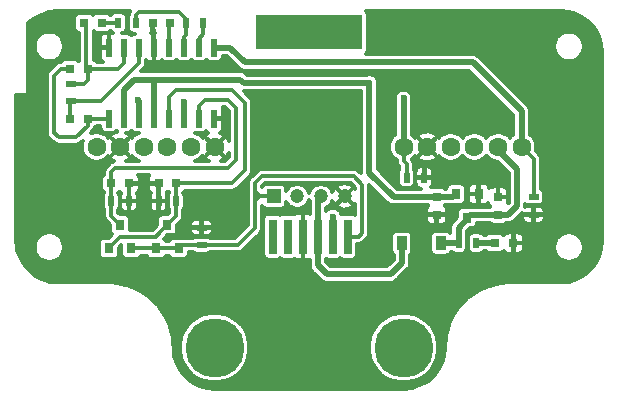
<source format=gbr>
G04 #@! TF.GenerationSoftware,KiCad,Pcbnew,(5.1.10)-1*
G04 #@! TF.CreationDate,2022-05-11T11:06:37+08:00*
G04 #@! TF.ProjectId,RUS-04_1x9,5255532d-3034-45f3-9178-392e6b696361,rev?*
G04 #@! TF.SameCoordinates,Original*
G04 #@! TF.FileFunction,Copper,L1,Top*
G04 #@! TF.FilePolarity,Positive*
%FSLAX45Y45*%
G04 Gerber Fmt 4.5, Leading zero omitted, Abs format (unit mm)*
G04 Created by KiCad (PCBNEW (5.1.10)-1) date 2022-05-11 11:06:37*
%MOMM*%
%LPD*%
G01*
G04 APERTURE LIST*
G04 #@! TA.AperFunction,SMDPad,CuDef*
%ADD10R,0.900000X0.500000*%
G04 #@! TD*
G04 #@! TA.AperFunction,SMDPad,CuDef*
%ADD11R,0.500000X0.900000*%
G04 #@! TD*
G04 #@! TA.AperFunction,ComponentPad*
%ADD12C,1.600000*%
G04 #@! TD*
G04 #@! TA.AperFunction,SMDPad,CuDef*
%ADD13R,0.900000X1.200000*%
G04 #@! TD*
G04 #@! TA.AperFunction,SMDPad,CuDef*
%ADD14R,0.800000X0.750000*%
G04 #@! TD*
G04 #@! TA.AperFunction,ComponentPad*
%ADD15C,1.200000*%
G04 #@! TD*
G04 #@! TA.AperFunction,ComponentPad*
%ADD16R,1.200000X1.200000*%
G04 #@! TD*
G04 #@! TA.AperFunction,SMDPad,CuDef*
%ADD17R,0.750000X0.800000*%
G04 #@! TD*
G04 #@! TA.AperFunction,SMDPad,CuDef*
%ADD18R,0.600000X1.500000*%
G04 #@! TD*
G04 #@! TA.AperFunction,SMDPad,CuDef*
%ADD19R,0.800000X0.900000*%
G04 #@! TD*
G04 #@! TA.AperFunction,SMDPad,CuDef*
%ADD20R,0.800000X0.800000*%
G04 #@! TD*
G04 #@! TA.AperFunction,SMDPad,CuDef*
%ADD21R,9.000000X3.000000*%
G04 #@! TD*
G04 #@! TA.AperFunction,SMDPad,CuDef*
%ADD22R,0.700000X3.000000*%
G04 #@! TD*
G04 #@! TA.AperFunction,ComponentPad*
%ADD23C,5.000000*%
G04 #@! TD*
G04 #@! TA.AperFunction,ViaPad*
%ADD24C,0.600000*%
G04 #@! TD*
G04 #@! TA.AperFunction,Conductor*
%ADD25C,0.300000*%
G04 #@! TD*
G04 #@! TA.AperFunction,Conductor*
%ADD26C,0.500000*%
G04 #@! TD*
G04 #@! TA.AperFunction,Conductor*
%ADD27C,0.100000*%
G04 #@! TD*
G04 APERTURE END LIST*
D10*
X9800000Y-4535000D03*
X9800000Y-4385000D03*
D11*
X8875000Y-4220000D03*
X8725000Y-4220000D03*
D12*
X6900000Y-3960000D03*
X6700000Y-3960000D03*
X6100000Y-3960000D03*
X6500000Y-3960000D03*
X6300000Y-3960000D03*
X7100000Y-3960000D03*
X9500000Y-3960000D03*
X9300000Y-3960000D03*
X8700000Y-3960000D03*
X9100000Y-3960000D03*
X8900000Y-3960000D03*
X9700000Y-3960000D03*
D13*
X9015000Y-4775000D03*
X8685000Y-4775000D03*
D14*
X6575000Y-2910000D03*
X6725000Y-2910000D03*
X5875000Y-3720000D03*
X6025000Y-3720000D03*
X6625000Y-4270000D03*
X6775000Y-4270000D03*
D15*
X8200000Y-4380000D03*
X8000000Y-4380000D03*
D16*
X7600000Y-4380000D03*
D15*
X7800000Y-4380000D03*
D11*
X6775000Y-4420000D03*
X6625000Y-4420000D03*
D14*
X6375000Y-4270000D03*
X6225000Y-4270000D03*
D17*
X9500000Y-4385000D03*
X9500000Y-4535000D03*
D18*
X6205500Y-3120000D03*
X6332500Y-3120000D03*
X6459500Y-3120000D03*
X6586500Y-3120000D03*
X6713500Y-3120000D03*
X6840500Y-3120000D03*
X6967500Y-3120000D03*
X7094500Y-3120000D03*
X7094500Y-3720000D03*
X6967500Y-3720000D03*
X6840500Y-3720000D03*
X6713500Y-3720000D03*
X6586500Y-3720000D03*
X6459500Y-3720000D03*
X6332500Y-3720000D03*
X6205500Y-3720000D03*
D10*
X6989740Y-4642800D03*
X6989740Y-4792800D03*
D19*
X6300000Y-4620000D03*
X6395000Y-4820000D03*
X6205000Y-4820000D03*
D14*
X5995000Y-2910000D03*
X6145000Y-2910000D03*
D17*
X8980000Y-4385000D03*
X8980000Y-4535000D03*
D10*
X5880000Y-3425000D03*
X5880000Y-3575000D03*
D14*
X5875000Y-3300000D03*
X6025000Y-3300000D03*
D20*
X9630000Y-4775000D03*
X9470000Y-4775000D03*
D11*
X6375000Y-4420000D03*
X6225000Y-4420000D03*
D19*
X9240000Y-4560000D03*
X9145000Y-4360000D03*
X9335000Y-4360000D03*
D11*
X9315000Y-4775000D03*
X9165000Y-4775000D03*
X6285000Y-2910000D03*
X6435000Y-2910000D03*
D21*
X7900000Y-2990000D03*
D22*
X8227500Y-4720000D03*
X8100500Y-4720000D03*
X7973500Y-4720000D03*
X7846500Y-4720000D03*
X7719500Y-4720000D03*
X7592500Y-4720000D03*
D11*
X7005000Y-2910000D03*
X6855000Y-2910000D03*
D19*
X6700000Y-4620000D03*
X6795000Y-4820000D03*
X6605000Y-4820000D03*
D23*
X8700000Y-5660000D03*
X7100000Y-5660000D03*
D24*
X6500000Y-4420000D03*
X6500000Y-4420000D03*
X5620000Y-3350000D03*
X6500000Y-4580000D03*
X5620000Y-3350000D03*
X5832500Y-2997500D03*
X6100000Y-3120000D03*
X6580000Y-3260000D03*
X6575000Y-2975000D03*
X6650000Y-3280000D03*
X7650000Y-3970000D03*
X7910000Y-3970000D03*
X8030000Y-3970000D03*
X8410000Y-3420000D03*
X8100000Y-4550000D03*
X8100000Y-4550000D03*
X6450000Y-3560000D03*
X6450000Y-3560000D03*
X8700000Y-3550000D03*
X8700000Y-3550000D03*
X6840500Y-3579500D03*
D25*
X6575000Y-3108500D02*
X6586500Y-3120000D01*
X6575000Y-2910000D02*
X6575000Y-3108500D01*
X6575000Y-2910000D02*
X6575000Y-2975000D01*
X6145000Y-2910000D02*
X6285000Y-2910000D01*
X6332500Y-3247500D02*
X6332500Y-3120000D01*
X5880000Y-3425000D02*
X5995000Y-3425000D01*
X6025000Y-3395000D02*
X6025000Y-3300000D01*
X5995000Y-3425000D02*
X6025000Y-3395000D01*
X6280000Y-3300000D02*
X6332500Y-3247500D01*
X6025000Y-3300000D02*
X6280000Y-3300000D01*
X6015000Y-3290000D02*
X6025000Y-3300000D01*
X6015000Y-2930000D02*
X6015000Y-3290000D01*
X5995000Y-2910000D02*
X6015000Y-2930000D01*
X6200500Y-3725000D02*
X6205500Y-3720000D01*
X6025000Y-3720000D02*
X6205500Y-3720000D01*
X6025000Y-3720000D02*
X6025000Y-3785000D01*
X6025000Y-3785000D02*
X5930000Y-3880000D01*
X5930000Y-3880000D02*
X5780000Y-3880000D01*
X5780000Y-3880000D02*
X5740000Y-3840000D01*
X5740000Y-3840000D02*
X5740000Y-3360000D01*
X5800000Y-3300000D02*
X5875000Y-3300000D01*
X5740000Y-3360000D02*
X5800000Y-3300000D01*
X6225000Y-4545000D02*
X6300000Y-4620000D01*
X7280000Y-4070000D02*
X7280000Y-3630000D01*
X7210000Y-3560000D02*
X7022500Y-3560000D01*
X7210000Y-4140000D02*
X7280000Y-4070000D01*
X6967500Y-3615000D02*
X6967500Y-3720000D01*
X6225000Y-4420000D02*
X6225000Y-4270000D01*
X6260000Y-4140000D02*
X7210000Y-4140000D01*
X7280000Y-3630000D02*
X7210000Y-3560000D01*
X7280000Y-4070000D02*
X7280000Y-3630000D01*
X6967500Y-3615000D02*
X6967500Y-3720000D01*
X6225000Y-4270000D02*
X6225000Y-4175000D01*
X7210000Y-3560000D02*
X7022500Y-3560000D01*
X7210000Y-4140000D02*
X7280000Y-4070000D01*
X7022500Y-3560000D02*
X6967500Y-3615000D01*
X6225000Y-4420000D02*
X6225000Y-4270000D01*
X6225000Y-4175000D02*
X6260000Y-4140000D01*
X6225000Y-4420000D02*
X6225000Y-4545000D01*
X6225000Y-4175000D02*
X6260000Y-4140000D01*
X6260000Y-4140000D02*
X7210000Y-4140000D01*
X7022500Y-3560000D02*
X6967500Y-3615000D01*
X6225000Y-4420000D02*
X6225000Y-4545000D01*
X6225000Y-4545000D02*
X6300000Y-4620000D01*
X6225000Y-4270000D02*
X6225000Y-4175000D01*
X7280000Y-3630000D02*
X7210000Y-3560000D01*
X7440000Y-4450000D02*
X7440000Y-4650000D01*
X6822200Y-4792800D02*
X6795000Y-4820000D01*
X7440000Y-4650000D02*
X7297200Y-4792800D01*
X6605000Y-4820000D02*
X6795000Y-4820000D01*
X6989740Y-4792800D02*
X6822200Y-4792800D01*
X7440000Y-4270000D02*
X7500000Y-4210000D01*
X8280000Y-4210000D02*
X8350000Y-4280000D01*
X6989740Y-4792800D02*
X6822200Y-4792800D01*
X8320000Y-4720000D02*
X8227500Y-4720000D01*
X7297200Y-4792800D02*
X6989740Y-4792800D01*
X7510000Y-4380000D02*
X7440000Y-4380000D01*
X7500000Y-4210000D02*
X8280000Y-4210000D01*
X6395000Y-4820000D02*
X6605000Y-4820000D01*
X6822200Y-4792800D02*
X6795000Y-4820000D01*
X7600000Y-4380000D02*
X7510000Y-4380000D01*
X7440000Y-4420000D02*
X7480000Y-4380000D01*
X7440000Y-4270000D02*
X7500000Y-4210000D01*
X8350000Y-4690000D02*
X8320000Y-4720000D01*
X7500000Y-4210000D02*
X8280000Y-4210000D01*
X7480000Y-4380000D02*
X7440000Y-4340000D01*
X7297200Y-4792800D02*
X6989740Y-4792800D01*
X7440000Y-4450000D02*
X7440000Y-4340000D01*
X7440000Y-4450000D02*
X7440000Y-4420000D01*
X7440000Y-4380000D02*
X7440000Y-4450000D01*
X8320000Y-4720000D02*
X8227500Y-4720000D01*
X7510000Y-4380000D02*
X7480000Y-4380000D01*
X6605000Y-4820000D02*
X6795000Y-4820000D01*
X7440000Y-4420000D02*
X7480000Y-4380000D01*
X7440000Y-4340000D02*
X7440000Y-4270000D01*
X8350000Y-4690000D02*
X8320000Y-4720000D01*
X8350000Y-4280000D02*
X8350000Y-4690000D01*
X7510000Y-4380000D02*
X7440000Y-4380000D01*
X8280000Y-4210000D02*
X8350000Y-4280000D01*
X7440000Y-4380000D02*
X7440000Y-4450000D01*
X7440000Y-4340000D02*
X7440000Y-4270000D01*
X7510000Y-4380000D02*
X7480000Y-4380000D01*
X7440000Y-4450000D02*
X7440000Y-4420000D01*
X7440000Y-4450000D02*
X7440000Y-4340000D01*
X7480000Y-4380000D02*
X7440000Y-4340000D01*
X7600000Y-4380000D02*
X7510000Y-4380000D01*
X6395000Y-4820000D02*
X6605000Y-4820000D01*
X7440000Y-4450000D02*
X7440000Y-4650000D01*
X8350000Y-4280000D02*
X8350000Y-4690000D01*
X7440000Y-4650000D02*
X7297200Y-4792800D01*
X6205000Y-4815000D02*
X6300000Y-4720000D01*
X6775000Y-4420000D02*
X6775000Y-4545000D01*
X6640000Y-4680000D02*
X6700000Y-4620000D01*
X6300000Y-4720000D02*
X6600000Y-4720000D01*
X6775000Y-4420000D02*
X6775000Y-4270000D01*
X6600000Y-4720000D02*
X6640000Y-4680000D01*
X6775000Y-4545000D02*
X6700000Y-4620000D01*
X6640000Y-4680000D02*
X6700000Y-4620000D01*
X6300000Y-4720000D02*
X6600000Y-4720000D01*
X6775000Y-4420000D02*
X6775000Y-4545000D01*
X6600000Y-4720000D02*
X6640000Y-4680000D01*
X6205000Y-4815000D02*
X6300000Y-4720000D01*
X6775000Y-4545000D02*
X6700000Y-4620000D01*
X6775000Y-4420000D02*
X6775000Y-4270000D01*
X6775000Y-4270000D02*
X7250000Y-4270000D01*
X7250000Y-4270000D02*
X7360000Y-4160000D01*
X6810003Y-3481000D02*
X6769000Y-3481000D01*
X6811005Y-3479999D02*
X6810003Y-3481000D01*
X7249999Y-3479999D02*
X6811005Y-3479999D01*
X7360000Y-3590000D02*
X7249999Y-3479999D01*
X6769000Y-3481000D02*
X6713500Y-3536500D01*
X7360000Y-4160000D02*
X7360000Y-3590000D01*
X7250000Y-4270000D02*
X7360000Y-4160000D01*
X6713500Y-3536500D02*
X6713500Y-3720000D01*
X6775000Y-4270000D02*
X7250000Y-4270000D01*
D26*
X9265000Y-4535000D02*
X9240000Y-4560000D01*
X9587500Y-4535000D02*
X9660000Y-4462500D01*
X9660000Y-4150000D02*
X9500000Y-3990000D01*
X9240000Y-4560000D02*
X9240000Y-4570000D01*
X9660000Y-4462500D02*
X9660000Y-4150000D01*
X9015000Y-4775000D02*
X9165000Y-4775000D01*
X9660000Y-4462500D02*
X9660000Y-4150000D01*
X9500000Y-4535000D02*
X9265000Y-4535000D01*
X9587500Y-4535000D02*
X9660000Y-4462500D01*
X9500000Y-3980000D02*
X9500000Y-3960000D01*
X9500000Y-4535000D02*
X9587500Y-4535000D01*
X9500000Y-3990000D02*
X9500000Y-3960000D01*
X9660000Y-4150000D02*
X9500000Y-3990000D01*
X9240000Y-4570000D02*
X9165000Y-4645000D01*
X9165000Y-4645000D02*
X9165000Y-4775000D01*
X9015000Y-4775000D02*
X9165000Y-4775000D01*
X9500000Y-4535000D02*
X9587500Y-4535000D01*
X9500000Y-3990000D02*
X9500000Y-3960000D01*
X9240000Y-4560000D02*
X9240000Y-4570000D01*
X9500000Y-4535000D02*
X9265000Y-4535000D01*
X9240000Y-4570000D02*
X9165000Y-4645000D01*
X9500000Y-3980000D02*
X9500000Y-3960000D01*
X9265000Y-4535000D02*
X9240000Y-4560000D01*
X9165000Y-4645000D02*
X9165000Y-4775000D01*
X8980000Y-4385000D02*
X9120000Y-4385000D01*
X8615000Y-4385000D02*
X8980000Y-4385000D01*
X9120000Y-4385000D02*
X9145000Y-4360000D01*
X8410000Y-4180000D02*
X8615000Y-4385000D01*
X8410000Y-4180000D02*
X8615000Y-4385000D01*
X9120000Y-4385000D02*
X9145000Y-4360000D01*
X8615000Y-4385000D02*
X8980000Y-4385000D01*
X8410000Y-3420000D02*
X8410000Y-4180000D01*
X8980000Y-4385000D02*
X9120000Y-4385000D01*
X6332500Y-3477500D02*
X6332500Y-3720000D01*
X6420001Y-3389999D02*
X6332500Y-3477500D01*
X7348996Y-3420000D02*
X7318995Y-3389999D01*
X8410000Y-3420000D02*
X7348996Y-3420000D01*
X6586500Y-3403500D02*
X6600001Y-3389999D01*
X6586500Y-3720000D02*
X6586500Y-3403500D01*
X6600001Y-3389999D02*
X6420001Y-3389999D01*
X7318995Y-3389999D02*
X6600001Y-3389999D01*
D25*
X6459500Y-3250500D02*
X6459500Y-3120000D01*
X5875000Y-3580000D02*
X5880000Y-3575000D01*
X5875000Y-3720000D02*
X5875000Y-3580000D01*
X6135000Y-3575000D02*
X6285000Y-3425000D01*
X6285000Y-3425000D02*
X6459500Y-3250500D01*
X5880000Y-3575000D02*
X6135000Y-3575000D01*
X6275000Y-3435000D02*
X6285000Y-3425000D01*
D26*
X7973500Y-4406500D02*
X8000000Y-4380000D01*
X7973500Y-4720000D02*
X7973500Y-4963500D01*
X8590000Y-5040000D02*
X8685000Y-4945000D01*
X7973500Y-4963500D02*
X8050000Y-5040000D01*
X8685000Y-4945000D02*
X8685000Y-4775000D01*
X8685000Y-4945000D02*
X8685000Y-4775000D01*
X7973500Y-4720000D02*
X7973500Y-4406500D01*
X8050000Y-5040000D02*
X8590000Y-5040000D01*
X7973500Y-4720000D02*
X7973500Y-4963500D01*
X7973500Y-4963500D02*
X8050000Y-5040000D01*
X8050000Y-5040000D02*
X8590000Y-5040000D01*
X7973500Y-4720000D02*
X7973500Y-4406500D01*
X8590000Y-5040000D02*
X8685000Y-4945000D01*
X7973500Y-4406500D02*
X8000000Y-4380000D01*
X9315000Y-4775000D02*
X9470000Y-4775000D01*
X9315000Y-4775000D02*
X9470000Y-4775000D01*
X8100500Y-4550500D02*
X8100000Y-4550000D01*
X8100500Y-4720000D02*
X8100500Y-4550500D01*
X8100500Y-4550500D02*
X8100000Y-4550000D01*
X8100500Y-4720000D02*
X8100500Y-4550500D01*
D25*
X6840500Y-3120000D02*
X6840500Y-3069500D01*
X6435000Y-2910000D02*
X6435000Y-2845000D01*
X6435000Y-2845000D02*
X6460000Y-2820000D01*
X6855000Y-2875000D02*
X6800000Y-2820000D01*
X6855000Y-2910000D02*
X6855000Y-2875000D01*
X6460000Y-2820000D02*
X6800000Y-2820000D01*
X6855000Y-2910000D02*
X6855000Y-3015000D01*
X6840500Y-3029500D02*
X6840500Y-3120000D01*
X6855000Y-3015000D02*
X6840500Y-3029500D01*
X6967500Y-3120000D02*
X6967500Y-3042500D01*
X7005000Y-3005000D02*
X7005000Y-2910000D01*
X6967500Y-3042500D02*
X7005000Y-3005000D01*
X6710000Y-3124354D02*
X6709573Y-3123927D01*
X6710000Y-3124354D02*
X6709573Y-3123927D01*
X6713500Y-3120000D02*
X6713500Y-3066500D01*
X6713500Y-2911500D02*
X6715000Y-2910000D01*
X6713500Y-3120000D02*
X6713500Y-2911500D01*
D26*
X6459500Y-3720000D02*
X6459500Y-3569500D01*
X6459500Y-3569500D02*
X6450000Y-3560000D01*
X6459500Y-3720000D02*
X6459500Y-3569500D01*
X6459500Y-3569500D02*
X6450000Y-3560000D01*
X8700000Y-3550000D02*
X8700000Y-3550000D01*
X8700000Y-3960000D02*
X8700000Y-3550000D01*
X8700000Y-3550000D02*
X8700000Y-3550000D01*
X8700000Y-3960000D02*
X8700000Y-3550000D01*
D25*
X8700000Y-4080000D02*
X8725000Y-4105000D01*
X8700000Y-3960000D02*
X8700000Y-4080000D01*
X8725000Y-4220000D02*
X8725000Y-4105000D01*
D26*
X6840500Y-3720000D02*
X6840500Y-3579500D01*
D25*
X9800000Y-4060000D02*
X9700000Y-3960000D01*
X9800000Y-4385000D02*
X9800000Y-4060000D01*
D26*
X7355000Y-3245000D02*
X7230000Y-3120000D01*
X9285000Y-3245000D02*
X7355000Y-3245000D01*
X9700000Y-3660000D02*
X9285000Y-3245000D01*
X7230000Y-3120000D02*
X7094500Y-3120000D01*
X9700000Y-3960000D02*
X9700000Y-3660000D01*
D25*
X6379299Y-2821928D02*
X6375868Y-2833238D01*
X6375598Y-2835986D01*
X6372403Y-2839878D01*
X6368224Y-2847696D01*
X6365651Y-2856178D01*
X6364782Y-2865000D01*
X6364782Y-2955000D01*
X6365651Y-2963821D01*
X6368224Y-2972304D01*
X6372403Y-2980122D01*
X6378026Y-2986974D01*
X6384878Y-2992597D01*
X6392696Y-2996776D01*
X6401178Y-2999349D01*
X6410000Y-3000218D01*
X6425079Y-3000218D01*
X6420678Y-3000651D01*
X6412196Y-3003224D01*
X6404378Y-3007403D01*
X6397526Y-3013026D01*
X6396000Y-3014886D01*
X6394474Y-3013026D01*
X6387622Y-3007403D01*
X6379804Y-3003224D01*
X6371321Y-3000651D01*
X6362500Y-2999782D01*
X6314421Y-2999782D01*
X6318821Y-2999349D01*
X6327304Y-2996776D01*
X6335122Y-2992597D01*
X6341974Y-2986974D01*
X6347597Y-2980122D01*
X6351776Y-2972304D01*
X6354349Y-2963821D01*
X6355218Y-2955000D01*
X6355218Y-2865000D01*
X6354349Y-2856178D01*
X6351776Y-2847696D01*
X6347597Y-2839878D01*
X6341974Y-2833026D01*
X6335122Y-2827403D01*
X6327304Y-2823224D01*
X6318821Y-2820651D01*
X6310000Y-2819782D01*
X6260000Y-2819782D01*
X6251178Y-2820651D01*
X6242696Y-2823224D01*
X6234878Y-2827403D01*
X6228026Y-2833026D01*
X6222403Y-2839878D01*
X6220052Y-2844277D01*
X6216974Y-2840526D01*
X6210122Y-2834903D01*
X6202304Y-2830724D01*
X6193821Y-2828151D01*
X6185000Y-2827282D01*
X6105000Y-2827282D01*
X6096178Y-2828151D01*
X6087696Y-2830724D01*
X6079878Y-2834903D01*
X6073026Y-2840526D01*
X6070000Y-2844214D01*
X6066974Y-2840526D01*
X6060122Y-2834903D01*
X6052304Y-2830724D01*
X6043821Y-2828151D01*
X6035000Y-2827282D01*
X5955000Y-2827282D01*
X5946178Y-2828151D01*
X5937696Y-2830724D01*
X5929878Y-2834903D01*
X5923026Y-2840526D01*
X5917403Y-2847378D01*
X5913224Y-2855196D01*
X5910651Y-2863678D01*
X5909782Y-2872500D01*
X5909782Y-2947500D01*
X5910651Y-2956321D01*
X5913224Y-2964804D01*
X5917403Y-2972622D01*
X5923026Y-2979474D01*
X5929878Y-2985097D01*
X5937696Y-2989276D01*
X5946178Y-2991849D01*
X5955000Y-2992718D01*
X5955000Y-3228906D01*
X5953026Y-3230526D01*
X5950000Y-3234214D01*
X5946974Y-3230526D01*
X5940122Y-3224903D01*
X5932304Y-3220724D01*
X5923821Y-3218151D01*
X5915000Y-3217282D01*
X5835000Y-3217282D01*
X5826178Y-3218151D01*
X5817696Y-3220724D01*
X5809878Y-3224903D01*
X5803026Y-3230526D01*
X5797403Y-3237378D01*
X5795943Y-3240109D01*
X5794842Y-3240218D01*
X5788238Y-3240868D01*
X5776928Y-3244299D01*
X5766504Y-3249870D01*
X5757368Y-3257368D01*
X5755489Y-3259658D01*
X5699658Y-3315489D01*
X5697368Y-3317368D01*
X5689870Y-3326504D01*
X5684865Y-3335868D01*
X5684299Y-3336928D01*
X5680868Y-3348238D01*
X5679710Y-3360000D01*
X5680000Y-3362948D01*
X5680000Y-3837053D01*
X5679710Y-3840000D01*
X5680000Y-3842947D01*
X5680868Y-3851762D01*
X5684299Y-3863072D01*
X5689870Y-3873495D01*
X5697368Y-3882632D01*
X5699659Y-3884511D01*
X5735489Y-3920342D01*
X5737368Y-3922632D01*
X5746504Y-3930130D01*
X5756928Y-3935701D01*
X5764740Y-3938071D01*
X5768238Y-3939132D01*
X5769364Y-3939243D01*
X5777053Y-3940000D01*
X5777053Y-3940000D01*
X5780000Y-3940290D01*
X5782946Y-3940000D01*
X5927053Y-3940000D01*
X5930000Y-3940290D01*
X5932947Y-3940000D01*
X5941762Y-3939132D01*
X5953072Y-3935701D01*
X5963495Y-3930130D01*
X5972632Y-3922632D01*
X5974511Y-3920341D01*
X5985807Y-3909046D01*
X5979804Y-3923539D01*
X5975000Y-3947689D01*
X5975000Y-3972311D01*
X5979804Y-3996461D01*
X5989226Y-4019210D01*
X6002906Y-4039683D01*
X6020317Y-4057094D01*
X6040790Y-4070773D01*
X6063539Y-4080196D01*
X6087689Y-4085000D01*
X6112311Y-4085000D01*
X6136461Y-4080196D01*
X6159210Y-4070773D01*
X6179683Y-4057094D01*
X6197094Y-4039683D01*
X6199067Y-4036730D01*
X6214721Y-4041743D01*
X6296464Y-3960000D01*
X6214721Y-3878257D01*
X6199067Y-3883270D01*
X6197094Y-3880317D01*
X6179683Y-3862906D01*
X6159210Y-3849226D01*
X6136461Y-3839804D01*
X6112311Y-3835000D01*
X6087689Y-3835000D01*
X6063539Y-3839804D01*
X6049046Y-3845807D01*
X6065342Y-3829511D01*
X6067632Y-3827632D01*
X6075130Y-3818495D01*
X6078760Y-3811703D01*
X6080701Y-3808072D01*
X6083575Y-3798596D01*
X6090122Y-3795097D01*
X6096974Y-3789474D01*
X6102597Y-3782622D01*
X6103998Y-3780000D01*
X6130282Y-3780000D01*
X6130282Y-3795000D01*
X6131151Y-3803821D01*
X6133724Y-3812304D01*
X6137903Y-3820122D01*
X6143526Y-3826974D01*
X6150378Y-3832597D01*
X6158196Y-3836776D01*
X6166678Y-3839349D01*
X6175500Y-3840218D01*
X6235500Y-3840218D01*
X6244321Y-3839349D01*
X6252804Y-3836776D01*
X6260622Y-3832597D01*
X6267474Y-3826974D01*
X6269000Y-3825114D01*
X6270526Y-3826974D01*
X6276216Y-3831643D01*
X6252450Y-3838333D01*
X6229627Y-3849947D01*
X6225255Y-3852869D01*
X6218257Y-3874721D01*
X6300000Y-3956464D01*
X6381743Y-3874721D01*
X6374745Y-3852869D01*
X6352409Y-3840345D01*
X6352017Y-3840218D01*
X6362500Y-3840218D01*
X6371321Y-3839349D01*
X6379804Y-3836776D01*
X6387622Y-3832597D01*
X6394474Y-3826974D01*
X6396000Y-3825114D01*
X6397526Y-3826974D01*
X6404378Y-3832597D01*
X6412196Y-3836776D01*
X6420678Y-3839349D01*
X6429500Y-3840218D01*
X6462539Y-3840218D01*
X6440790Y-3849226D01*
X6420317Y-3862906D01*
X6402906Y-3880317D01*
X6400933Y-3883270D01*
X6385279Y-3878257D01*
X6303535Y-3960000D01*
X6385279Y-4041743D01*
X6400933Y-4036730D01*
X6402906Y-4039683D01*
X6420317Y-4057094D01*
X6440790Y-4070773D01*
X6463065Y-4080000D01*
X6350826Y-4080000D01*
X6370373Y-4070053D01*
X6374745Y-4067131D01*
X6381743Y-4045279D01*
X6300000Y-3963535D01*
X6218257Y-4045279D01*
X6225255Y-4067131D01*
X6247591Y-4079655D01*
X6250604Y-4080635D01*
X6248238Y-4080868D01*
X6236928Y-4084299D01*
X6226504Y-4089870D01*
X6217368Y-4097368D01*
X6215489Y-4099659D01*
X6184658Y-4130489D01*
X6182368Y-4132368D01*
X6174870Y-4141504D01*
X6170395Y-4149878D01*
X6169299Y-4151928D01*
X6165868Y-4163238D01*
X6164710Y-4175000D01*
X6165000Y-4177948D01*
X6165000Y-4192165D01*
X6159878Y-4194903D01*
X6153026Y-4200526D01*
X6147403Y-4207378D01*
X6143224Y-4215196D01*
X6140651Y-4223679D01*
X6139782Y-4232500D01*
X6139782Y-4307500D01*
X6140651Y-4316322D01*
X6143224Y-4324804D01*
X6147403Y-4332622D01*
X6153026Y-4339474D01*
X6159878Y-4345097D01*
X6164361Y-4347493D01*
X6162403Y-4349878D01*
X6158224Y-4357696D01*
X6155651Y-4366179D01*
X6154782Y-4375000D01*
X6154782Y-4465000D01*
X6155651Y-4473822D01*
X6158224Y-4482304D01*
X6162403Y-4490122D01*
X6165000Y-4493286D01*
X6165000Y-4542052D01*
X6164710Y-4545000D01*
X6165868Y-4556762D01*
X6167980Y-4563722D01*
X6169299Y-4568072D01*
X6174870Y-4578496D01*
X6182368Y-4587632D01*
X6184658Y-4589511D01*
X6214782Y-4619635D01*
X6214782Y-4665000D01*
X6215651Y-4673822D01*
X6218224Y-4682304D01*
X6222403Y-4690122D01*
X6228026Y-4696974D01*
X6233600Y-4701548D01*
X6205365Y-4729782D01*
X6165000Y-4729782D01*
X6156178Y-4730651D01*
X6147696Y-4733224D01*
X6139878Y-4737403D01*
X6133026Y-4743026D01*
X6127403Y-4749878D01*
X6123224Y-4757696D01*
X6120651Y-4766179D01*
X6119782Y-4775000D01*
X6119782Y-4865000D01*
X6120651Y-4873822D01*
X6123224Y-4882304D01*
X6127403Y-4890122D01*
X6133026Y-4896974D01*
X6139878Y-4902597D01*
X6147696Y-4906776D01*
X6156178Y-4909349D01*
X6165000Y-4910218D01*
X6245000Y-4910218D01*
X6253821Y-4909349D01*
X6262304Y-4906776D01*
X6270122Y-4902597D01*
X6276974Y-4896974D01*
X6282597Y-4890122D01*
X6286776Y-4882304D01*
X6289349Y-4873822D01*
X6290218Y-4865000D01*
X6290218Y-4814635D01*
X6309782Y-4795071D01*
X6309782Y-4865000D01*
X6310651Y-4873822D01*
X6313224Y-4882304D01*
X6317403Y-4890122D01*
X6323026Y-4896974D01*
X6329878Y-4902597D01*
X6337696Y-4906776D01*
X6346178Y-4909349D01*
X6355000Y-4910218D01*
X6435000Y-4910218D01*
X6443821Y-4909349D01*
X6452304Y-4906776D01*
X6460122Y-4902597D01*
X6466974Y-4896974D01*
X6472597Y-4890122D01*
X6476776Y-4882304D01*
X6477475Y-4880000D01*
X6522525Y-4880000D01*
X6523224Y-4882304D01*
X6527403Y-4890122D01*
X6533026Y-4896974D01*
X6539878Y-4902597D01*
X6547696Y-4906776D01*
X6556178Y-4909349D01*
X6565000Y-4910218D01*
X6645000Y-4910218D01*
X6653821Y-4909349D01*
X6662304Y-4906776D01*
X6670122Y-4902597D01*
X6676974Y-4896974D01*
X6682597Y-4890122D01*
X6686776Y-4882304D01*
X6687475Y-4880000D01*
X6712525Y-4880000D01*
X6713224Y-4882304D01*
X6717403Y-4890122D01*
X6723026Y-4896974D01*
X6729878Y-4902597D01*
X6737696Y-4906776D01*
X6746178Y-4909349D01*
X6755000Y-4910218D01*
X6835000Y-4910218D01*
X6843821Y-4909349D01*
X6852304Y-4906776D01*
X6860122Y-4902597D01*
X6866974Y-4896974D01*
X6872597Y-4890122D01*
X6876776Y-4882304D01*
X6879349Y-4873822D01*
X6880218Y-4865000D01*
X6880218Y-4852800D01*
X6916454Y-4852800D01*
X6919618Y-4855397D01*
X6927436Y-4859576D01*
X6935918Y-4862149D01*
X6944740Y-4863018D01*
X7034740Y-4863018D01*
X7043561Y-4862149D01*
X7052044Y-4859576D01*
X7059862Y-4855397D01*
X7063026Y-4852800D01*
X7294253Y-4852800D01*
X7297200Y-4853090D01*
X7300147Y-4852800D01*
X7308962Y-4851932D01*
X7320272Y-4848501D01*
X7330695Y-4842930D01*
X7339832Y-4835432D01*
X7341711Y-4833141D01*
X7480342Y-4694511D01*
X7482632Y-4692632D01*
X7490130Y-4683496D01*
X7495701Y-4673072D01*
X7499132Y-4661762D01*
X7500000Y-4652947D01*
X7500290Y-4650000D01*
X7500000Y-4647053D01*
X7500000Y-4570000D01*
X7512282Y-4570000D01*
X7512282Y-4870000D01*
X7513151Y-4878822D01*
X7515724Y-4887304D01*
X7519903Y-4895122D01*
X7525526Y-4901974D01*
X7532378Y-4907597D01*
X7540196Y-4911776D01*
X7548678Y-4914349D01*
X7557500Y-4915218D01*
X7627500Y-4915218D01*
X7636321Y-4914349D01*
X7644804Y-4911776D01*
X7652622Y-4907597D01*
X7656000Y-4904825D01*
X7659378Y-4907597D01*
X7667196Y-4911776D01*
X7675678Y-4914349D01*
X7684500Y-4915218D01*
X7754500Y-4915218D01*
X7763321Y-4914349D01*
X7771804Y-4911776D01*
X7778940Y-4907961D01*
X7783587Y-4911775D01*
X7792273Y-4916418D01*
X7801698Y-4919277D01*
X7811500Y-4920242D01*
X7831500Y-4920000D01*
X7844000Y-4907500D01*
X7844000Y-4722500D01*
X7842000Y-4722500D01*
X7842000Y-4717500D01*
X7844000Y-4717500D01*
X7844000Y-4532500D01*
X7831500Y-4520000D01*
X7811500Y-4519758D01*
X7801698Y-4520724D01*
X7792273Y-4523583D01*
X7783587Y-4528225D01*
X7778940Y-4532039D01*
X7771804Y-4528224D01*
X7763321Y-4525651D01*
X7754500Y-4524782D01*
X7684500Y-4524782D01*
X7675678Y-4525651D01*
X7667196Y-4528224D01*
X7659378Y-4532403D01*
X7656000Y-4535176D01*
X7652622Y-4532403D01*
X7644804Y-4528224D01*
X7636321Y-4525651D01*
X7627500Y-4524782D01*
X7557500Y-4524782D01*
X7548678Y-4525651D01*
X7540196Y-4528224D01*
X7532378Y-4532403D01*
X7525526Y-4538026D01*
X7519903Y-4544878D01*
X7515724Y-4552696D01*
X7513151Y-4561179D01*
X7512282Y-4570000D01*
X7500000Y-4570000D01*
X7500000Y-4460626D01*
X7502403Y-4465122D01*
X7508026Y-4471974D01*
X7514878Y-4477597D01*
X7522696Y-4481776D01*
X7531178Y-4484349D01*
X7540000Y-4485218D01*
X7660000Y-4485218D01*
X7668821Y-4484349D01*
X7677304Y-4481776D01*
X7685122Y-4477597D01*
X7691974Y-4471974D01*
X7697597Y-4465122D01*
X7701776Y-4457304D01*
X7704349Y-4448822D01*
X7705218Y-4440000D01*
X7705218Y-4425554D01*
X7706950Y-4429736D01*
X7718441Y-4446934D01*
X7733066Y-4461559D01*
X7750264Y-4473050D01*
X7769373Y-4480965D01*
X7789658Y-4485000D01*
X7810342Y-4485000D01*
X7830627Y-4480965D01*
X7849736Y-4473050D01*
X7866934Y-4461559D01*
X7881559Y-4446934D01*
X7893050Y-4429736D01*
X7900000Y-4412957D01*
X7903500Y-4421407D01*
X7903500Y-4525065D01*
X7900727Y-4523583D01*
X7891302Y-4520724D01*
X7881500Y-4519758D01*
X7861500Y-4520000D01*
X7849000Y-4532500D01*
X7849000Y-4717500D01*
X7851000Y-4717500D01*
X7851000Y-4722500D01*
X7849000Y-4722500D01*
X7849000Y-4907500D01*
X7861500Y-4920000D01*
X7881500Y-4920242D01*
X7891302Y-4919277D01*
X7900727Y-4916418D01*
X7903500Y-4914935D01*
X7903500Y-4960060D01*
X7903161Y-4963500D01*
X7903901Y-4971013D01*
X7904513Y-4977222D01*
X7905028Y-4978919D01*
X7908515Y-4990417D01*
X7915015Y-5002578D01*
X7921571Y-5010566D01*
X7923763Y-5013237D01*
X7926434Y-5015429D01*
X7998070Y-5087065D01*
X8000263Y-5089737D01*
X8010922Y-5098485D01*
X8023082Y-5104985D01*
X8036278Y-5108987D01*
X8046561Y-5110000D01*
X8046561Y-5110000D01*
X8050000Y-5110339D01*
X8053439Y-5110000D01*
X8586561Y-5110000D01*
X8590000Y-5110339D01*
X8593439Y-5110000D01*
X8593439Y-5110000D01*
X8603722Y-5108987D01*
X8616918Y-5104985D01*
X8629078Y-5098485D01*
X8639737Y-5089737D01*
X8641930Y-5087065D01*
X8732066Y-4996929D01*
X8734737Y-4994737D01*
X8736929Y-4992066D01*
X8736929Y-4992066D01*
X8743485Y-4984078D01*
X8749985Y-4971918D01*
X8750914Y-4968854D01*
X8753987Y-4958722D01*
X8755000Y-4948439D01*
X8755000Y-4948439D01*
X8755339Y-4945000D01*
X8755000Y-4941561D01*
X8755000Y-4872662D01*
X8755122Y-4872597D01*
X8761974Y-4866974D01*
X8767597Y-4860122D01*
X8771776Y-4852304D01*
X8774349Y-4843822D01*
X8775218Y-4835000D01*
X8775218Y-4715000D01*
X8774349Y-4706179D01*
X8771776Y-4697696D01*
X8767597Y-4689878D01*
X8761974Y-4683026D01*
X8755122Y-4677403D01*
X8747304Y-4673224D01*
X8738822Y-4670651D01*
X8730000Y-4669782D01*
X8640000Y-4669782D01*
X8631179Y-4670651D01*
X8622696Y-4673224D01*
X8614878Y-4677403D01*
X8608026Y-4683026D01*
X8602403Y-4689878D01*
X8598224Y-4697696D01*
X8595651Y-4706179D01*
X8594782Y-4715000D01*
X8594782Y-4835000D01*
X8595651Y-4843822D01*
X8598224Y-4852304D01*
X8602403Y-4860122D01*
X8608026Y-4866974D01*
X8614878Y-4872597D01*
X8615000Y-4872662D01*
X8615000Y-4916005D01*
X8561005Y-4970000D01*
X8078995Y-4970000D01*
X8043500Y-4934505D01*
X8043500Y-4909266D01*
X8048196Y-4911776D01*
X8056678Y-4914349D01*
X8065500Y-4915218D01*
X8135500Y-4915218D01*
X8144321Y-4914349D01*
X8152804Y-4911776D01*
X8160622Y-4907597D01*
X8164000Y-4904825D01*
X8167378Y-4907597D01*
X8175196Y-4911776D01*
X8183678Y-4914349D01*
X8192500Y-4915218D01*
X8262500Y-4915218D01*
X8271321Y-4914349D01*
X8279804Y-4911776D01*
X8287622Y-4907597D01*
X8294474Y-4901974D01*
X8300097Y-4895122D01*
X8304276Y-4887304D01*
X8306849Y-4878822D01*
X8307718Y-4870000D01*
X8307718Y-4780000D01*
X8317053Y-4780000D01*
X8320000Y-4780290D01*
X8322947Y-4780000D01*
X8331762Y-4779132D01*
X8343072Y-4775701D01*
X8353495Y-4770130D01*
X8362632Y-4762632D01*
X8364511Y-4760341D01*
X8390341Y-4734511D01*
X8392632Y-4732632D01*
X8400130Y-4723496D01*
X8405701Y-4713072D01*
X8409132Y-4701762D01*
X8410000Y-4692947D01*
X8410290Y-4690000D01*
X8410000Y-4687053D01*
X8410000Y-4575000D01*
X8892258Y-4575000D01*
X8893224Y-4584802D01*
X8896083Y-4594227D01*
X8900725Y-4602913D01*
X8906974Y-4610526D01*
X8914587Y-4616775D01*
X8923273Y-4621418D01*
X8932698Y-4624277D01*
X8942500Y-4625242D01*
X8965000Y-4625000D01*
X8977500Y-4612500D01*
X8977500Y-4537500D01*
X8982500Y-4537500D01*
X8982500Y-4612500D01*
X8995000Y-4625000D01*
X9017500Y-4625242D01*
X9027302Y-4624277D01*
X9036727Y-4621418D01*
X9045413Y-4616775D01*
X9053026Y-4610526D01*
X9059275Y-4602913D01*
X9063918Y-4594227D01*
X9066777Y-4584802D01*
X9067742Y-4575000D01*
X9067500Y-4550000D01*
X9055000Y-4537500D01*
X8982500Y-4537500D01*
X8977500Y-4537500D01*
X8905000Y-4537500D01*
X8892500Y-4550000D01*
X8892258Y-4575000D01*
X8410000Y-4575000D01*
X8410000Y-4282947D01*
X8410290Y-4280000D01*
X8410212Y-4279207D01*
X8563071Y-4432066D01*
X8565263Y-4434737D01*
X8567934Y-4436929D01*
X8567934Y-4436929D01*
X8575922Y-4443485D01*
X8585907Y-4448822D01*
X8588083Y-4449985D01*
X8601278Y-4453987D01*
X8611561Y-4455000D01*
X8611561Y-4455000D01*
X8615000Y-4455339D01*
X8618439Y-4455000D01*
X8908907Y-4455000D01*
X8910322Y-4456725D01*
X8906974Y-4459474D01*
X8900725Y-4467087D01*
X8896083Y-4475773D01*
X8893224Y-4485198D01*
X8892258Y-4495000D01*
X8892500Y-4520000D01*
X8905000Y-4532500D01*
X8977500Y-4532500D01*
X8977500Y-4530500D01*
X8982500Y-4530500D01*
X8982500Y-4532500D01*
X9055000Y-4532500D01*
X9067500Y-4520000D01*
X9067742Y-4495000D01*
X9066777Y-4485198D01*
X9063918Y-4475773D01*
X9059275Y-4467087D01*
X9053026Y-4459474D01*
X9049678Y-4456725D01*
X9051094Y-4455000D01*
X9116561Y-4455000D01*
X9120000Y-4455339D01*
X9123439Y-4455000D01*
X9123439Y-4455000D01*
X9133722Y-4453987D01*
X9146149Y-4450218D01*
X9185000Y-4450218D01*
X9193822Y-4449349D01*
X9202304Y-4446776D01*
X9210122Y-4442597D01*
X9216974Y-4436974D01*
X9222597Y-4430122D01*
X9226776Y-4422304D01*
X9229349Y-4413822D01*
X9230218Y-4405000D01*
X9244758Y-4405000D01*
X9245724Y-4414802D01*
X9248583Y-4424227D01*
X9253225Y-4432913D01*
X9259474Y-4440526D01*
X9267087Y-4446775D01*
X9275773Y-4451418D01*
X9285198Y-4454277D01*
X9295000Y-4455242D01*
X9320000Y-4455000D01*
X9332500Y-4442500D01*
X9332500Y-4362500D01*
X9257500Y-4362500D01*
X9245000Y-4375000D01*
X9244758Y-4405000D01*
X9230218Y-4405000D01*
X9230218Y-4315000D01*
X9244758Y-4315000D01*
X9245000Y-4345000D01*
X9257500Y-4357500D01*
X9332500Y-4357500D01*
X9332500Y-4277500D01*
X9320000Y-4265000D01*
X9295000Y-4264758D01*
X9285198Y-4265724D01*
X9275773Y-4268583D01*
X9267087Y-4273225D01*
X9259474Y-4279474D01*
X9253225Y-4287087D01*
X9248583Y-4295773D01*
X9245724Y-4305198D01*
X9244758Y-4315000D01*
X9230218Y-4315000D01*
X9229349Y-4306179D01*
X9226776Y-4297696D01*
X9222597Y-4289878D01*
X9216974Y-4283026D01*
X9210122Y-4277403D01*
X9202304Y-4273224D01*
X9193822Y-4270651D01*
X9185000Y-4269782D01*
X9105000Y-4269782D01*
X9096179Y-4270651D01*
X9087696Y-4273224D01*
X9079878Y-4277403D01*
X9073026Y-4283026D01*
X9067403Y-4289878D01*
X9063224Y-4297696D01*
X9060651Y-4306179D01*
X9059782Y-4315000D01*
X9051094Y-4315000D01*
X9049474Y-4313026D01*
X9042622Y-4307403D01*
X9034804Y-4303224D01*
X9026322Y-4300651D01*
X9017500Y-4299782D01*
X8942500Y-4299782D01*
X8935578Y-4300464D01*
X8941775Y-4292913D01*
X8946418Y-4284227D01*
X8949277Y-4274802D01*
X8950242Y-4265000D01*
X8950000Y-4235000D01*
X8937500Y-4222500D01*
X8877500Y-4222500D01*
X8877500Y-4224500D01*
X8872500Y-4224500D01*
X8872500Y-4222500D01*
X8812500Y-4222500D01*
X8800000Y-4235000D01*
X8799758Y-4265000D01*
X8800724Y-4274802D01*
X8803583Y-4284227D01*
X8808225Y-4292913D01*
X8814474Y-4300526D01*
X8822087Y-4306775D01*
X8830773Y-4311418D01*
X8840198Y-4314277D01*
X8847544Y-4315000D01*
X8643995Y-4315000D01*
X8480000Y-4151005D01*
X8480000Y-3947689D01*
X8575000Y-3947689D01*
X8575000Y-3972311D01*
X8579804Y-3996461D01*
X8589227Y-4019210D01*
X8602906Y-4039683D01*
X8620317Y-4057094D01*
X8640000Y-4070245D01*
X8640000Y-4077052D01*
X8639710Y-4080000D01*
X8640868Y-4091762D01*
X8642569Y-4097368D01*
X8644299Y-4103072D01*
X8649871Y-4113495D01*
X8657368Y-4122632D01*
X8659658Y-4124511D01*
X8665000Y-4129853D01*
X8665000Y-4146714D01*
X8662403Y-4149878D01*
X8658224Y-4157696D01*
X8655651Y-4166178D01*
X8654782Y-4175000D01*
X8654782Y-4265000D01*
X8655651Y-4273822D01*
X8658224Y-4282304D01*
X8662403Y-4290122D01*
X8668026Y-4296974D01*
X8674878Y-4302597D01*
X8682696Y-4306776D01*
X8691179Y-4309349D01*
X8700000Y-4310218D01*
X8750000Y-4310218D01*
X8758822Y-4309349D01*
X8767304Y-4306776D01*
X8775122Y-4302597D01*
X8781974Y-4296974D01*
X8787597Y-4290122D01*
X8791776Y-4282304D01*
X8794349Y-4273822D01*
X8795218Y-4265000D01*
X8795218Y-4175000D01*
X8799758Y-4175000D01*
X8800000Y-4205000D01*
X8812500Y-4217500D01*
X8872500Y-4217500D01*
X8872500Y-4137500D01*
X8877500Y-4137500D01*
X8877500Y-4217500D01*
X8937500Y-4217500D01*
X8950000Y-4205000D01*
X8950242Y-4175000D01*
X8949277Y-4165198D01*
X8946418Y-4155773D01*
X8941775Y-4147087D01*
X8935526Y-4139474D01*
X8927913Y-4133225D01*
X8919227Y-4128582D01*
X8909802Y-4125723D01*
X8900000Y-4124758D01*
X8890000Y-4125000D01*
X8877500Y-4137500D01*
X8872500Y-4137500D01*
X8860000Y-4125000D01*
X8850000Y-4124758D01*
X8840198Y-4125723D01*
X8830773Y-4128582D01*
X8822087Y-4133225D01*
X8814474Y-4139474D01*
X8808225Y-4147087D01*
X8803583Y-4155773D01*
X8800724Y-4165198D01*
X8799758Y-4175000D01*
X8795218Y-4175000D01*
X8794349Y-4166178D01*
X8791776Y-4157696D01*
X8787597Y-4149878D01*
X8785000Y-4146714D01*
X8785000Y-4107947D01*
X8785290Y-4105000D01*
X8784132Y-4093238D01*
X8781633Y-4085000D01*
X8780701Y-4081928D01*
X8775130Y-4071504D01*
X8769104Y-4064162D01*
X8779683Y-4057094D01*
X8791498Y-4045279D01*
X8818257Y-4045279D01*
X8825255Y-4067131D01*
X8847591Y-4079655D01*
X8871942Y-4087580D01*
X8897371Y-4090602D01*
X8922900Y-4088606D01*
X8947550Y-4081667D01*
X8970373Y-4070053D01*
X8974745Y-4067131D01*
X8981743Y-4045279D01*
X8900000Y-3963535D01*
X8818257Y-4045279D01*
X8791498Y-4045279D01*
X8797094Y-4039683D01*
X8799067Y-4036730D01*
X8814721Y-4041743D01*
X8896465Y-3960000D01*
X8814721Y-3878257D01*
X8799067Y-3883270D01*
X8797094Y-3880317D01*
X8791498Y-3874721D01*
X8818257Y-3874721D01*
X8900000Y-3956464D01*
X8981743Y-3874721D01*
X8974745Y-3852869D01*
X8952409Y-3840345D01*
X8928058Y-3832420D01*
X8902629Y-3829397D01*
X8877100Y-3831394D01*
X8852450Y-3838333D01*
X8829627Y-3849947D01*
X8825255Y-3852869D01*
X8818257Y-3874721D01*
X8791498Y-3874721D01*
X8779683Y-3862906D01*
X8770000Y-3856436D01*
X8770000Y-3576989D01*
X8772118Y-3571877D01*
X8775000Y-3557387D01*
X8775000Y-3542613D01*
X8772118Y-3528123D01*
X8766464Y-3514474D01*
X8758256Y-3502190D01*
X8747809Y-3491744D01*
X8735526Y-3483536D01*
X8721876Y-3477882D01*
X8707387Y-3475000D01*
X8692613Y-3475000D01*
X8678123Y-3477882D01*
X8664474Y-3483536D01*
X8652190Y-3491744D01*
X8641743Y-3502190D01*
X8633536Y-3514474D01*
X8627882Y-3528123D01*
X8625000Y-3542613D01*
X8625000Y-3557387D01*
X8627882Y-3571877D01*
X8630000Y-3576990D01*
X8630000Y-3856436D01*
X8620317Y-3862906D01*
X8602906Y-3880317D01*
X8589227Y-3900790D01*
X8579804Y-3923539D01*
X8575000Y-3947689D01*
X8480000Y-3947689D01*
X8480000Y-3446989D01*
X8482118Y-3441877D01*
X8485000Y-3427387D01*
X8485000Y-3412613D01*
X8482118Y-3398123D01*
X8476464Y-3384474D01*
X8468256Y-3372190D01*
X8457810Y-3361744D01*
X8445526Y-3353536D01*
X8431877Y-3347882D01*
X8417387Y-3345000D01*
X8402613Y-3345000D01*
X8388123Y-3347882D01*
X8383010Y-3350000D01*
X7377991Y-3350000D01*
X7370925Y-3342934D01*
X7368732Y-3340262D01*
X7358073Y-3331514D01*
X7345913Y-3325014D01*
X7332718Y-3321012D01*
X7322434Y-3319999D01*
X7322434Y-3319999D01*
X7318995Y-3319660D01*
X7315557Y-3319999D01*
X6603440Y-3319999D01*
X6600001Y-3319660D01*
X6596562Y-3319999D01*
X6474854Y-3319999D01*
X6499842Y-3295011D01*
X6502132Y-3293132D01*
X6509630Y-3283995D01*
X6515201Y-3273572D01*
X6518632Y-3262262D01*
X6519500Y-3253447D01*
X6519500Y-3253447D01*
X6519790Y-3250500D01*
X6519500Y-3247553D01*
X6519500Y-3228731D01*
X6520974Y-3230526D01*
X6528587Y-3236775D01*
X6537273Y-3241417D01*
X6546698Y-3244276D01*
X6556500Y-3245242D01*
X6571500Y-3245000D01*
X6584000Y-3232500D01*
X6584000Y-3122500D01*
X6582000Y-3122500D01*
X6582000Y-3117500D01*
X6584000Y-3117500D01*
X6584000Y-3007500D01*
X6571500Y-2995000D01*
X6562643Y-2994857D01*
X6572500Y-2985000D01*
X6572500Y-2912500D01*
X6570500Y-2912500D01*
X6570500Y-2907500D01*
X6572500Y-2907500D01*
X6572500Y-2905500D01*
X6577500Y-2905500D01*
X6577500Y-2907500D01*
X6579500Y-2907500D01*
X6579500Y-2912500D01*
X6577500Y-2912500D01*
X6577500Y-2985000D01*
X6590000Y-2997500D01*
X6598914Y-2997586D01*
X6589000Y-3007500D01*
X6589000Y-3117500D01*
X6591000Y-3117500D01*
X6591000Y-3122500D01*
X6589000Y-3122500D01*
X6589000Y-3232500D01*
X6601500Y-3245000D01*
X6616500Y-3245242D01*
X6626302Y-3244276D01*
X6635727Y-3241417D01*
X6644413Y-3236775D01*
X6652026Y-3230526D01*
X6653567Y-3228649D01*
X6658378Y-3232597D01*
X6666196Y-3236776D01*
X6674678Y-3239349D01*
X6683500Y-3240218D01*
X6743500Y-3240218D01*
X6752321Y-3239349D01*
X6760804Y-3236776D01*
X6768622Y-3232597D01*
X6775474Y-3226974D01*
X6777000Y-3225114D01*
X6778526Y-3226974D01*
X6785378Y-3232597D01*
X6793196Y-3236776D01*
X6801678Y-3239349D01*
X6810500Y-3240218D01*
X6870500Y-3240218D01*
X6879321Y-3239349D01*
X6887804Y-3236776D01*
X6895622Y-3232597D01*
X6902474Y-3226974D01*
X6904000Y-3225114D01*
X6905526Y-3226974D01*
X6912378Y-3232597D01*
X6920196Y-3236776D01*
X6928678Y-3239349D01*
X6937500Y-3240218D01*
X6997500Y-3240218D01*
X7006321Y-3239349D01*
X7014804Y-3236776D01*
X7022622Y-3232597D01*
X7029474Y-3226974D01*
X7031000Y-3225114D01*
X7032526Y-3226974D01*
X7039378Y-3232597D01*
X7047196Y-3236776D01*
X7055678Y-3239349D01*
X7064500Y-3240218D01*
X7124500Y-3240218D01*
X7133321Y-3239349D01*
X7141804Y-3236776D01*
X7149622Y-3232597D01*
X7156474Y-3226974D01*
X7162097Y-3220122D01*
X7166276Y-3212304D01*
X7168849Y-3203821D01*
X7169718Y-3195000D01*
X7169718Y-3190000D01*
X7201005Y-3190000D01*
X7303071Y-3292066D01*
X7305263Y-3294737D01*
X7307934Y-3296929D01*
X7307934Y-3296929D01*
X7315922Y-3303484D01*
X7327423Y-3309632D01*
X7328082Y-3309984D01*
X7341278Y-3313987D01*
X7351561Y-3315000D01*
X7351561Y-3315000D01*
X7355000Y-3315339D01*
X7358439Y-3315000D01*
X9256005Y-3315000D01*
X9630000Y-3688995D01*
X9630000Y-3856436D01*
X9620317Y-3862906D01*
X9602906Y-3880317D01*
X9600000Y-3884667D01*
X9597094Y-3880317D01*
X9579683Y-3862906D01*
X9559210Y-3849226D01*
X9536461Y-3839804D01*
X9512311Y-3835000D01*
X9487689Y-3835000D01*
X9463539Y-3839804D01*
X9440790Y-3849226D01*
X9420317Y-3862906D01*
X9402906Y-3880317D01*
X9400000Y-3884667D01*
X9397094Y-3880317D01*
X9379683Y-3862906D01*
X9359210Y-3849226D01*
X9336461Y-3839804D01*
X9312311Y-3835000D01*
X9287689Y-3835000D01*
X9263539Y-3839804D01*
X9240790Y-3849226D01*
X9220317Y-3862906D01*
X9202906Y-3880317D01*
X9200000Y-3884667D01*
X9197094Y-3880317D01*
X9179683Y-3862906D01*
X9159210Y-3849226D01*
X9136461Y-3839804D01*
X9112311Y-3835000D01*
X9087689Y-3835000D01*
X9063539Y-3839804D01*
X9040790Y-3849226D01*
X9020317Y-3862906D01*
X9002906Y-3880317D01*
X9000933Y-3883270D01*
X8985279Y-3878257D01*
X8903536Y-3960000D01*
X8985279Y-4041743D01*
X9000933Y-4036730D01*
X9002906Y-4039683D01*
X9020317Y-4057094D01*
X9040790Y-4070773D01*
X9063539Y-4080196D01*
X9087689Y-4085000D01*
X9112311Y-4085000D01*
X9136461Y-4080196D01*
X9159210Y-4070773D01*
X9179683Y-4057094D01*
X9197094Y-4039683D01*
X9200000Y-4035333D01*
X9202906Y-4039683D01*
X9220317Y-4057094D01*
X9240790Y-4070773D01*
X9263539Y-4080196D01*
X9287689Y-4085000D01*
X9312311Y-4085000D01*
X9336461Y-4080196D01*
X9359210Y-4070773D01*
X9379683Y-4057094D01*
X9397094Y-4039683D01*
X9400000Y-4035333D01*
X9402906Y-4039683D01*
X9420317Y-4057094D01*
X9440790Y-4070773D01*
X9463539Y-4080196D01*
X9487689Y-4085000D01*
X9496005Y-4085000D01*
X9590000Y-4178995D01*
X9590000Y-4433505D01*
X9585938Y-4437568D01*
X9586777Y-4434802D01*
X9587742Y-4425000D01*
X9587500Y-4400000D01*
X9575000Y-4387500D01*
X9502500Y-4387500D01*
X9502500Y-4389500D01*
X9497500Y-4389500D01*
X9497500Y-4387500D01*
X9495500Y-4387500D01*
X9495500Y-4382500D01*
X9497500Y-4382500D01*
X9497500Y-4307500D01*
X9502500Y-4307500D01*
X9502500Y-4382500D01*
X9575000Y-4382500D01*
X9587500Y-4370000D01*
X9587742Y-4345000D01*
X9586777Y-4335198D01*
X9583918Y-4325773D01*
X9579275Y-4317087D01*
X9573026Y-4309474D01*
X9565413Y-4303225D01*
X9556727Y-4298583D01*
X9547302Y-4295724D01*
X9537500Y-4294758D01*
X9515000Y-4295000D01*
X9502500Y-4307500D01*
X9497500Y-4307500D01*
X9485000Y-4295000D01*
X9462500Y-4294758D01*
X9452698Y-4295724D01*
X9443273Y-4298583D01*
X9434587Y-4303225D01*
X9426974Y-4309474D01*
X9424942Y-4311950D01*
X9424277Y-4305198D01*
X9421418Y-4295773D01*
X9416775Y-4287087D01*
X9410526Y-4279474D01*
X9402913Y-4273225D01*
X9394227Y-4268583D01*
X9384802Y-4265724D01*
X9375000Y-4264758D01*
X9350000Y-4265000D01*
X9337500Y-4277500D01*
X9337500Y-4357500D01*
X9339500Y-4357500D01*
X9339500Y-4362500D01*
X9337500Y-4362500D01*
X9337500Y-4442500D01*
X9350000Y-4455000D01*
X9375000Y-4455242D01*
X9384802Y-4454277D01*
X9394227Y-4451418D01*
X9402913Y-4446775D01*
X9410526Y-4440526D01*
X9413764Y-4436582D01*
X9416083Y-4444227D01*
X9420725Y-4452913D01*
X9426974Y-4460526D01*
X9430322Y-4463275D01*
X9428907Y-4465000D01*
X9268439Y-4465000D01*
X9265000Y-4464661D01*
X9261561Y-4465000D01*
X9261561Y-4465000D01*
X9251278Y-4466013D01*
X9238851Y-4469782D01*
X9200000Y-4469782D01*
X9191179Y-4470651D01*
X9182696Y-4473224D01*
X9174878Y-4477403D01*
X9168026Y-4483026D01*
X9162403Y-4489878D01*
X9158224Y-4497696D01*
X9155651Y-4506179D01*
X9154782Y-4515000D01*
X9154782Y-4556223D01*
X9117934Y-4593071D01*
X9115263Y-4595263D01*
X9113071Y-4597934D01*
X9113071Y-4597934D01*
X9106516Y-4605922D01*
X9100559Y-4617066D01*
X9100016Y-4618083D01*
X9096013Y-4631278D01*
X9095327Y-4638238D01*
X9094661Y-4645000D01*
X9095000Y-4648439D01*
X9095000Y-4686714D01*
X9091974Y-4683026D01*
X9085122Y-4677403D01*
X9077304Y-4673224D01*
X9068822Y-4670651D01*
X9060000Y-4669782D01*
X8970000Y-4669782D01*
X8961179Y-4670651D01*
X8952696Y-4673224D01*
X8944878Y-4677403D01*
X8938026Y-4683026D01*
X8932403Y-4689878D01*
X8928224Y-4697696D01*
X8925651Y-4706179D01*
X8924782Y-4715000D01*
X8924782Y-4835000D01*
X8925651Y-4843822D01*
X8928224Y-4852304D01*
X8932403Y-4860122D01*
X8938026Y-4866974D01*
X8944878Y-4872597D01*
X8952696Y-4876776D01*
X8961179Y-4879349D01*
X8970000Y-4880218D01*
X9060000Y-4880218D01*
X9068822Y-4879349D01*
X9077304Y-4876776D01*
X9085122Y-4872597D01*
X9091974Y-4866974D01*
X9097597Y-4860122D01*
X9101776Y-4852304D01*
X9103536Y-4846502D01*
X9108026Y-4851974D01*
X9114878Y-4857597D01*
X9122696Y-4861776D01*
X9131179Y-4864349D01*
X9140000Y-4865218D01*
X9190000Y-4865218D01*
X9198822Y-4864349D01*
X9207304Y-4861776D01*
X9215122Y-4857597D01*
X9221974Y-4851974D01*
X9227597Y-4845122D01*
X9231776Y-4837304D01*
X9234349Y-4828822D01*
X9235218Y-4820000D01*
X9235218Y-4776229D01*
X9235339Y-4775000D01*
X9244661Y-4775000D01*
X9244782Y-4776229D01*
X9244782Y-4820000D01*
X9245651Y-4828822D01*
X9248224Y-4837304D01*
X9252403Y-4845122D01*
X9258026Y-4851974D01*
X9264878Y-4857597D01*
X9272696Y-4861776D01*
X9281179Y-4864349D01*
X9290000Y-4865218D01*
X9340000Y-4865218D01*
X9348822Y-4864349D01*
X9357304Y-4861776D01*
X9365122Y-4857597D01*
X9371974Y-4851974D01*
X9377597Y-4845122D01*
X9377662Y-4845000D01*
X9396407Y-4845000D01*
X9398026Y-4846974D01*
X9404878Y-4852597D01*
X9412696Y-4856776D01*
X9421179Y-4859349D01*
X9430000Y-4860218D01*
X9510000Y-4860218D01*
X9518822Y-4859349D01*
X9527304Y-4856776D01*
X9535122Y-4852597D01*
X9541974Y-4846974D01*
X9547074Y-4840759D01*
X9548225Y-4842913D01*
X9554474Y-4850526D01*
X9562087Y-4856775D01*
X9570773Y-4861418D01*
X9580198Y-4864277D01*
X9590000Y-4865242D01*
X9615000Y-4865000D01*
X9627500Y-4852500D01*
X9627500Y-4777500D01*
X9632500Y-4777500D01*
X9632500Y-4852500D01*
X9645000Y-4865000D01*
X9670000Y-4865242D01*
X9679802Y-4864277D01*
X9689227Y-4861418D01*
X9697913Y-4856775D01*
X9705526Y-4850526D01*
X9711775Y-4842913D01*
X9716418Y-4834227D01*
X9719277Y-4824802D01*
X9720242Y-4815000D01*
X9720074Y-4797689D01*
X9975000Y-4797689D01*
X9975000Y-4822311D01*
X9979804Y-4846461D01*
X9989227Y-4869210D01*
X10002906Y-4889683D01*
X10020317Y-4907094D01*
X10040790Y-4920774D01*
X10063539Y-4930196D01*
X10087689Y-4935000D01*
X10112311Y-4935000D01*
X10136461Y-4930196D01*
X10159210Y-4920774D01*
X10179683Y-4907094D01*
X10197094Y-4889683D01*
X10210774Y-4869210D01*
X10220196Y-4846461D01*
X10225000Y-4822311D01*
X10225000Y-4797689D01*
X10220196Y-4773539D01*
X10210774Y-4750790D01*
X10197094Y-4730317D01*
X10179683Y-4712906D01*
X10159210Y-4699227D01*
X10136461Y-4689804D01*
X10112311Y-4685000D01*
X10087689Y-4685000D01*
X10063539Y-4689804D01*
X10040790Y-4699227D01*
X10020317Y-4712906D01*
X10002906Y-4730317D01*
X9989227Y-4750790D01*
X9979804Y-4773539D01*
X9975000Y-4797689D01*
X9720074Y-4797689D01*
X9720000Y-4790000D01*
X9707500Y-4777500D01*
X9632500Y-4777500D01*
X9627500Y-4777500D01*
X9625500Y-4777500D01*
X9625500Y-4772500D01*
X9627500Y-4772500D01*
X9627500Y-4697500D01*
X9632500Y-4697500D01*
X9632500Y-4772500D01*
X9707500Y-4772500D01*
X9720000Y-4760000D01*
X9720242Y-4735000D01*
X9719277Y-4725198D01*
X9716418Y-4715773D01*
X9711775Y-4707087D01*
X9705526Y-4699474D01*
X9697913Y-4693225D01*
X9689227Y-4688583D01*
X9679802Y-4685724D01*
X9670000Y-4684758D01*
X9645000Y-4685000D01*
X9632500Y-4697500D01*
X9627500Y-4697500D01*
X9615000Y-4685000D01*
X9590000Y-4684758D01*
X9580198Y-4685724D01*
X9570773Y-4688583D01*
X9562087Y-4693225D01*
X9554474Y-4699474D01*
X9548225Y-4707087D01*
X9547074Y-4709241D01*
X9541974Y-4703026D01*
X9535122Y-4697403D01*
X9527304Y-4693224D01*
X9518822Y-4690651D01*
X9510000Y-4689782D01*
X9430000Y-4689782D01*
X9421179Y-4690651D01*
X9412696Y-4693224D01*
X9404878Y-4697403D01*
X9398026Y-4703026D01*
X9396407Y-4705000D01*
X9377662Y-4705000D01*
X9377597Y-4704878D01*
X9371974Y-4698026D01*
X9365122Y-4692403D01*
X9357304Y-4688224D01*
X9348822Y-4685651D01*
X9340000Y-4684782D01*
X9290000Y-4684782D01*
X9281179Y-4685651D01*
X9272696Y-4688224D01*
X9264878Y-4692403D01*
X9258026Y-4698026D01*
X9252403Y-4704878D01*
X9248224Y-4712696D01*
X9245651Y-4721179D01*
X9244782Y-4730000D01*
X9244782Y-4773771D01*
X9244661Y-4775000D01*
X9235339Y-4775000D01*
X9235218Y-4773771D01*
X9235218Y-4730000D01*
X9235000Y-4727790D01*
X9235000Y-4673995D01*
X9258777Y-4650218D01*
X9280000Y-4650218D01*
X9288822Y-4649349D01*
X9297304Y-4646776D01*
X9305122Y-4642597D01*
X9311974Y-4636974D01*
X9317597Y-4630122D01*
X9321776Y-4622304D01*
X9324349Y-4613822D01*
X9325218Y-4605000D01*
X9428907Y-4605000D01*
X9430526Y-4606974D01*
X9437378Y-4612597D01*
X9445196Y-4616776D01*
X9453679Y-4619349D01*
X9462500Y-4620218D01*
X9537500Y-4620218D01*
X9546322Y-4619349D01*
X9554804Y-4616776D01*
X9562622Y-4612597D01*
X9569474Y-4606974D01*
X9571094Y-4605000D01*
X9584061Y-4605000D01*
X9587500Y-4605339D01*
X9590939Y-4605000D01*
X9590939Y-4605000D01*
X9601222Y-4603987D01*
X9614418Y-4599985D01*
X9626578Y-4593485D01*
X9637237Y-4584737D01*
X9639430Y-4582065D01*
X9661495Y-4560000D01*
X9704758Y-4560000D01*
X9705724Y-4569802D01*
X9708583Y-4579227D01*
X9713225Y-4587913D01*
X9719474Y-4595526D01*
X9727087Y-4601775D01*
X9735773Y-4606418D01*
X9745198Y-4609277D01*
X9755000Y-4610242D01*
X9785000Y-4610000D01*
X9797500Y-4597500D01*
X9797500Y-4537500D01*
X9802500Y-4537500D01*
X9802500Y-4597500D01*
X9815000Y-4610000D01*
X9845000Y-4610242D01*
X9854802Y-4609277D01*
X9864227Y-4606418D01*
X9872913Y-4601775D01*
X9880526Y-4595526D01*
X9886775Y-4587913D01*
X9891418Y-4579227D01*
X9894277Y-4569802D01*
X9895242Y-4560000D01*
X9895000Y-4550000D01*
X9882500Y-4537500D01*
X9802500Y-4537500D01*
X9797500Y-4537500D01*
X9717500Y-4537500D01*
X9705000Y-4550000D01*
X9704758Y-4560000D01*
X9661495Y-4560000D01*
X9704917Y-4516578D01*
X9705000Y-4520000D01*
X9717500Y-4532500D01*
X9797500Y-4532500D01*
X9797500Y-4472500D01*
X9802500Y-4472500D01*
X9802500Y-4532500D01*
X9882500Y-4532500D01*
X9895000Y-4520000D01*
X9895242Y-4510000D01*
X9894277Y-4500198D01*
X9891418Y-4490773D01*
X9886775Y-4482087D01*
X9880526Y-4474474D01*
X9872913Y-4468225D01*
X9864227Y-4463583D01*
X9854802Y-4460724D01*
X9845000Y-4459758D01*
X9815000Y-4460000D01*
X9802500Y-4472500D01*
X9797500Y-4472500D01*
X9785000Y-4460000D01*
X9755000Y-4459758D01*
X9745198Y-4460724D01*
X9735773Y-4463583D01*
X9729924Y-4466709D01*
X9730000Y-4465939D01*
X9730000Y-4465939D01*
X9730339Y-4462500D01*
X9730000Y-4459061D01*
X9730000Y-4447662D01*
X9737696Y-4451776D01*
X9746179Y-4454349D01*
X9755000Y-4455218D01*
X9845000Y-4455218D01*
X9853822Y-4454349D01*
X9862304Y-4451776D01*
X9870122Y-4447597D01*
X9876974Y-4441974D01*
X9882597Y-4435122D01*
X9886776Y-4427304D01*
X9889349Y-4418822D01*
X9890218Y-4410000D01*
X9890218Y-4360000D01*
X9889349Y-4351179D01*
X9886776Y-4342696D01*
X9882597Y-4334878D01*
X9876974Y-4328026D01*
X9870122Y-4322403D01*
X9862304Y-4318224D01*
X9860000Y-4317525D01*
X9860000Y-4062948D01*
X9860290Y-4060000D01*
X9859132Y-4048238D01*
X9855701Y-4036928D01*
X9855475Y-4036505D01*
X9850130Y-4026504D01*
X9842632Y-4017368D01*
X9840342Y-4015489D01*
X9820382Y-3995529D01*
X9825000Y-3972311D01*
X9825000Y-3947689D01*
X9820196Y-3923539D01*
X9810774Y-3900790D01*
X9797094Y-3880317D01*
X9779683Y-3862906D01*
X9770000Y-3856436D01*
X9770000Y-3663439D01*
X9770339Y-3660000D01*
X9769797Y-3654500D01*
X9768987Y-3646278D01*
X9764985Y-3633082D01*
X9758485Y-3620922D01*
X9749737Y-3610263D01*
X9747065Y-3608070D01*
X9336930Y-3197935D01*
X9334737Y-3195263D01*
X9324078Y-3186515D01*
X9311918Y-3180015D01*
X9298722Y-3176013D01*
X9288439Y-3175000D01*
X9288439Y-3175000D01*
X9285000Y-3174661D01*
X9281561Y-3175000D01*
X8378286Y-3175000D01*
X8381974Y-3171974D01*
X8387597Y-3165122D01*
X8391776Y-3157304D01*
X8394349Y-3148821D01*
X8395218Y-3140000D01*
X8395218Y-3097689D01*
X9975000Y-3097689D01*
X9975000Y-3122311D01*
X9979804Y-3146461D01*
X9989227Y-3169210D01*
X10002906Y-3189683D01*
X10020317Y-3207094D01*
X10040790Y-3220773D01*
X10063539Y-3230196D01*
X10087689Y-3235000D01*
X10112311Y-3235000D01*
X10136461Y-3230196D01*
X10159210Y-3220773D01*
X10179683Y-3207094D01*
X10197094Y-3189683D01*
X10210774Y-3169210D01*
X10220196Y-3146461D01*
X10225000Y-3122311D01*
X10225000Y-3097689D01*
X10220196Y-3073539D01*
X10210774Y-3050790D01*
X10197094Y-3030317D01*
X10179683Y-3012906D01*
X10159210Y-2999226D01*
X10136461Y-2989804D01*
X10112311Y-2985000D01*
X10087689Y-2985000D01*
X10063539Y-2989804D01*
X10040790Y-2999226D01*
X10020317Y-3012906D01*
X10002906Y-3030317D01*
X9989227Y-3050790D01*
X9979804Y-3073539D01*
X9975000Y-3097689D01*
X8395218Y-3097689D01*
X8395218Y-2840000D01*
X8394349Y-2831178D01*
X8391776Y-2822696D01*
X8387597Y-2814878D01*
X8385645Y-2812500D01*
X10027433Y-2812500D01*
X10097447Y-2819365D01*
X10162326Y-2838953D01*
X10222164Y-2870770D01*
X10274683Y-2913603D01*
X10317882Y-2965821D01*
X10350115Y-3025436D01*
X10370156Y-3090176D01*
X10377500Y-3160050D01*
X10377500Y-3160096D01*
X10377500Y-4757432D01*
X10370635Y-4827447D01*
X10351047Y-4892326D01*
X10319231Y-4952164D01*
X10276397Y-5004683D01*
X10224178Y-5047882D01*
X10164564Y-5080115D01*
X10099824Y-5100156D01*
X10029950Y-5107500D01*
X10029904Y-5107500D01*
X9597421Y-5107500D01*
X9595505Y-5107689D01*
X9523114Y-5113005D01*
X9521891Y-5113205D01*
X9520651Y-5113244D01*
X9514703Y-5114314D01*
X9428264Y-5135066D01*
X9426699Y-5135593D01*
X9425083Y-5135937D01*
X9419418Y-5138044D01*
X9338021Y-5173774D01*
X9336573Y-5174570D01*
X9335044Y-5175194D01*
X9329842Y-5178271D01*
X9256058Y-5227851D01*
X9254775Y-5228891D01*
X9253380Y-5229776D01*
X9248806Y-5233724D01*
X9248804Y-5233725D01*
X9248804Y-5233726D01*
X9184967Y-5295588D01*
X9183888Y-5296838D01*
X9182672Y-5297957D01*
X9178869Y-5302652D01*
X9178868Y-5302654D01*
X9178868Y-5302654D01*
X9126995Y-5374843D01*
X9126154Y-5376265D01*
X9125155Y-5377581D01*
X9122244Y-5382876D01*
X9122243Y-5382877D01*
X9122243Y-5382878D01*
X9083973Y-5463112D01*
X9083398Y-5464660D01*
X9082648Y-5466132D01*
X9080720Y-5471861D01*
X9057263Y-5557604D01*
X9056970Y-5559230D01*
X9056493Y-5560811D01*
X9055610Y-5566791D01*
X9047727Y-5655115D01*
X9040635Y-5727447D01*
X9021047Y-5792326D01*
X8989231Y-5852164D01*
X8946397Y-5904683D01*
X8894178Y-5947882D01*
X8834564Y-5980115D01*
X8769824Y-6000156D01*
X8699950Y-6007500D01*
X8699904Y-6007500D01*
X7102567Y-6007500D01*
X7032553Y-6000635D01*
X6967674Y-5981047D01*
X6907836Y-5949230D01*
X6855317Y-5906397D01*
X6812118Y-5854178D01*
X6779885Y-5794564D01*
X6759844Y-5729824D01*
X6752500Y-5659950D01*
X6752500Y-5659818D01*
X6752401Y-5658849D01*
X6752359Y-5656155D01*
X6750508Y-5630945D01*
X6805000Y-5630945D01*
X6805000Y-5689055D01*
X6816337Y-5746048D01*
X6838574Y-5799735D01*
X6870858Y-5848052D01*
X6911948Y-5889141D01*
X6960265Y-5921426D01*
X7013952Y-5943663D01*
X7070945Y-5955000D01*
X7129055Y-5955000D01*
X7186048Y-5943663D01*
X7239735Y-5921426D01*
X7288052Y-5889141D01*
X7329141Y-5848052D01*
X7361426Y-5799735D01*
X7383663Y-5746048D01*
X7395000Y-5689055D01*
X7395000Y-5630945D01*
X8405000Y-5630945D01*
X8405000Y-5689055D01*
X8416337Y-5746048D01*
X8438574Y-5799735D01*
X8470859Y-5848052D01*
X8511948Y-5889141D01*
X8560265Y-5921426D01*
X8613952Y-5943663D01*
X8670945Y-5955000D01*
X8729055Y-5955000D01*
X8786048Y-5943663D01*
X8839735Y-5921426D01*
X8888052Y-5889141D01*
X8929142Y-5848052D01*
X8961426Y-5799735D01*
X8983663Y-5746048D01*
X8995000Y-5689055D01*
X8995000Y-5630945D01*
X8983663Y-5573952D01*
X8961426Y-5520265D01*
X8929142Y-5471948D01*
X8888052Y-5430859D01*
X8839735Y-5398574D01*
X8786048Y-5376337D01*
X8729055Y-5365000D01*
X8670945Y-5365000D01*
X8613952Y-5376337D01*
X8560265Y-5398574D01*
X8511948Y-5430859D01*
X8470859Y-5471948D01*
X8438574Y-5520265D01*
X8416337Y-5573952D01*
X8405000Y-5630945D01*
X7395000Y-5630945D01*
X7383663Y-5573952D01*
X7361426Y-5520265D01*
X7329141Y-5471948D01*
X7288052Y-5430859D01*
X7239735Y-5398574D01*
X7186048Y-5376337D01*
X7129055Y-5365000D01*
X7070945Y-5365000D01*
X7013952Y-5376337D01*
X6960265Y-5398574D01*
X6911948Y-5430859D01*
X6870858Y-5471948D01*
X6838574Y-5520265D01*
X6816337Y-5573952D01*
X6805000Y-5630945D01*
X6750508Y-5630945D01*
X6746995Y-5583114D01*
X6746795Y-5581891D01*
X6746756Y-5580651D01*
X6745686Y-5574703D01*
X6724934Y-5488264D01*
X6724407Y-5486699D01*
X6724063Y-5485083D01*
X6721956Y-5479418D01*
X6686226Y-5398021D01*
X6685430Y-5396573D01*
X6684806Y-5395044D01*
X6681729Y-5389842D01*
X6632149Y-5316058D01*
X6631109Y-5314775D01*
X6630224Y-5313380D01*
X6626276Y-5308806D01*
X6626275Y-5308804D01*
X6626274Y-5308804D01*
X6564412Y-5244967D01*
X6563162Y-5243888D01*
X6562043Y-5242672D01*
X6557348Y-5238869D01*
X6557346Y-5238868D01*
X6557346Y-5238868D01*
X6485157Y-5186995D01*
X6483735Y-5186154D01*
X6482419Y-5185155D01*
X6477124Y-5182244D01*
X6477123Y-5182243D01*
X6477122Y-5182243D01*
X6396888Y-5143973D01*
X6395340Y-5143398D01*
X6393868Y-5142648D01*
X6388140Y-5140720D01*
X6388139Y-5140720D01*
X6388139Y-5140720D01*
X6302396Y-5117263D01*
X6300770Y-5116970D01*
X6299189Y-5116493D01*
X6293210Y-5115610D01*
X6293209Y-5115610D01*
X6293209Y-5115610D01*
X6204896Y-5107728D01*
X6202579Y-5107500D01*
X5772567Y-5107500D01*
X5702553Y-5100635D01*
X5637674Y-5081047D01*
X5577836Y-5049231D01*
X5525317Y-5006397D01*
X5482118Y-4954178D01*
X5449885Y-4894564D01*
X5429844Y-4829824D01*
X5426467Y-4797689D01*
X5575000Y-4797689D01*
X5575000Y-4822311D01*
X5579804Y-4846461D01*
X5589227Y-4869210D01*
X5602906Y-4889683D01*
X5620317Y-4907094D01*
X5640790Y-4920774D01*
X5663539Y-4930196D01*
X5687689Y-4935000D01*
X5712311Y-4935000D01*
X5736461Y-4930196D01*
X5759210Y-4920774D01*
X5779683Y-4907094D01*
X5797094Y-4889683D01*
X5810773Y-4869210D01*
X5820196Y-4846461D01*
X5825000Y-4822311D01*
X5825000Y-4797689D01*
X5820196Y-4773539D01*
X5810773Y-4750790D01*
X5797094Y-4730317D01*
X5779683Y-4712906D01*
X5759210Y-4699227D01*
X5736461Y-4689804D01*
X5712311Y-4685000D01*
X5687689Y-4685000D01*
X5663539Y-4689804D01*
X5640790Y-4699227D01*
X5620317Y-4712906D01*
X5602906Y-4730317D01*
X5589227Y-4750790D01*
X5579804Y-4773539D01*
X5575000Y-4797689D01*
X5426467Y-4797689D01*
X5422500Y-4759950D01*
X5422500Y-4759904D01*
X5422500Y-3520000D01*
X5502500Y-3520000D01*
X5505426Y-3519712D01*
X5508240Y-3518858D01*
X5510834Y-3517472D01*
X5513107Y-3515607D01*
X5514972Y-3513334D01*
X5516358Y-3510740D01*
X5517212Y-3507926D01*
X5517500Y-3505000D01*
X5517500Y-3097689D01*
X5575000Y-3097689D01*
X5575000Y-3122311D01*
X5579804Y-3146461D01*
X5589227Y-3169210D01*
X5602906Y-3189683D01*
X5620317Y-3207094D01*
X5640790Y-3220773D01*
X5663539Y-3230196D01*
X5687689Y-3235000D01*
X5712311Y-3235000D01*
X5736461Y-3230196D01*
X5759210Y-3220773D01*
X5779683Y-3207094D01*
X5797094Y-3189683D01*
X5810773Y-3169210D01*
X5820196Y-3146461D01*
X5825000Y-3122311D01*
X5825000Y-3097689D01*
X5820196Y-3073539D01*
X5810773Y-3050790D01*
X5797094Y-3030317D01*
X5779683Y-3012906D01*
X5759210Y-2999226D01*
X5736461Y-2989804D01*
X5712311Y-2985000D01*
X5687689Y-2985000D01*
X5663539Y-2989804D01*
X5640790Y-2999226D01*
X5620317Y-3012906D01*
X5602906Y-3030317D01*
X5589227Y-3050790D01*
X5579804Y-3073539D01*
X5575000Y-3097689D01*
X5517500Y-3097689D01*
X5517500Y-2922800D01*
X5523603Y-2915317D01*
X5575821Y-2872118D01*
X5635436Y-2839885D01*
X5700176Y-2819844D01*
X5770050Y-2812500D01*
X5770096Y-2812500D01*
X6384338Y-2812500D01*
X6379299Y-2821928D01*
G04 #@! TA.AperFunction,Conductor*
D27*
G36*
X6379299Y-2821928D02*
G01*
X6375868Y-2833238D01*
X6375598Y-2835986D01*
X6372403Y-2839878D01*
X6368224Y-2847696D01*
X6365651Y-2856178D01*
X6364782Y-2865000D01*
X6364782Y-2955000D01*
X6365651Y-2963821D01*
X6368224Y-2972304D01*
X6372403Y-2980122D01*
X6378026Y-2986974D01*
X6384878Y-2992597D01*
X6392696Y-2996776D01*
X6401178Y-2999349D01*
X6410000Y-3000218D01*
X6425079Y-3000218D01*
X6420678Y-3000651D01*
X6412196Y-3003224D01*
X6404378Y-3007403D01*
X6397526Y-3013026D01*
X6396000Y-3014886D01*
X6394474Y-3013026D01*
X6387622Y-3007403D01*
X6379804Y-3003224D01*
X6371321Y-3000651D01*
X6362500Y-2999782D01*
X6314421Y-2999782D01*
X6318821Y-2999349D01*
X6327304Y-2996776D01*
X6335122Y-2992597D01*
X6341974Y-2986974D01*
X6347597Y-2980122D01*
X6351776Y-2972304D01*
X6354349Y-2963821D01*
X6355218Y-2955000D01*
X6355218Y-2865000D01*
X6354349Y-2856178D01*
X6351776Y-2847696D01*
X6347597Y-2839878D01*
X6341974Y-2833026D01*
X6335122Y-2827403D01*
X6327304Y-2823224D01*
X6318821Y-2820651D01*
X6310000Y-2819782D01*
X6260000Y-2819782D01*
X6251178Y-2820651D01*
X6242696Y-2823224D01*
X6234878Y-2827403D01*
X6228026Y-2833026D01*
X6222403Y-2839878D01*
X6220052Y-2844277D01*
X6216974Y-2840526D01*
X6210122Y-2834903D01*
X6202304Y-2830724D01*
X6193821Y-2828151D01*
X6185000Y-2827282D01*
X6105000Y-2827282D01*
X6096178Y-2828151D01*
X6087696Y-2830724D01*
X6079878Y-2834903D01*
X6073026Y-2840526D01*
X6070000Y-2844214D01*
X6066974Y-2840526D01*
X6060122Y-2834903D01*
X6052304Y-2830724D01*
X6043821Y-2828151D01*
X6035000Y-2827282D01*
X5955000Y-2827282D01*
X5946178Y-2828151D01*
X5937696Y-2830724D01*
X5929878Y-2834903D01*
X5923026Y-2840526D01*
X5917403Y-2847378D01*
X5913224Y-2855196D01*
X5910651Y-2863678D01*
X5909782Y-2872500D01*
X5909782Y-2947500D01*
X5910651Y-2956321D01*
X5913224Y-2964804D01*
X5917403Y-2972622D01*
X5923026Y-2979474D01*
X5929878Y-2985097D01*
X5937696Y-2989276D01*
X5946178Y-2991849D01*
X5955000Y-2992718D01*
X5955000Y-3228906D01*
X5953026Y-3230526D01*
X5950000Y-3234214D01*
X5946974Y-3230526D01*
X5940122Y-3224903D01*
X5932304Y-3220724D01*
X5923821Y-3218151D01*
X5915000Y-3217282D01*
X5835000Y-3217282D01*
X5826178Y-3218151D01*
X5817696Y-3220724D01*
X5809878Y-3224903D01*
X5803026Y-3230526D01*
X5797403Y-3237378D01*
X5795943Y-3240109D01*
X5794842Y-3240218D01*
X5788238Y-3240868D01*
X5776928Y-3244299D01*
X5766504Y-3249870D01*
X5757368Y-3257368D01*
X5755489Y-3259658D01*
X5699658Y-3315489D01*
X5697368Y-3317368D01*
X5689870Y-3326504D01*
X5684865Y-3335868D01*
X5684299Y-3336928D01*
X5680868Y-3348238D01*
X5679710Y-3360000D01*
X5680000Y-3362948D01*
X5680000Y-3837053D01*
X5679710Y-3840000D01*
X5680000Y-3842947D01*
X5680868Y-3851762D01*
X5684299Y-3863072D01*
X5689870Y-3873495D01*
X5697368Y-3882632D01*
X5699659Y-3884511D01*
X5735489Y-3920342D01*
X5737368Y-3922632D01*
X5746504Y-3930130D01*
X5756928Y-3935701D01*
X5764740Y-3938071D01*
X5768238Y-3939132D01*
X5769364Y-3939243D01*
X5777053Y-3940000D01*
X5777053Y-3940000D01*
X5780000Y-3940290D01*
X5782946Y-3940000D01*
X5927053Y-3940000D01*
X5930000Y-3940290D01*
X5932947Y-3940000D01*
X5941762Y-3939132D01*
X5953072Y-3935701D01*
X5963495Y-3930130D01*
X5972632Y-3922632D01*
X5974511Y-3920341D01*
X5985807Y-3909046D01*
X5979804Y-3923539D01*
X5975000Y-3947689D01*
X5975000Y-3972311D01*
X5979804Y-3996461D01*
X5989226Y-4019210D01*
X6002906Y-4039683D01*
X6020317Y-4057094D01*
X6040790Y-4070773D01*
X6063539Y-4080196D01*
X6087689Y-4085000D01*
X6112311Y-4085000D01*
X6136461Y-4080196D01*
X6159210Y-4070773D01*
X6179683Y-4057094D01*
X6197094Y-4039683D01*
X6199067Y-4036730D01*
X6214721Y-4041743D01*
X6296464Y-3960000D01*
X6214721Y-3878257D01*
X6199067Y-3883270D01*
X6197094Y-3880317D01*
X6179683Y-3862906D01*
X6159210Y-3849226D01*
X6136461Y-3839804D01*
X6112311Y-3835000D01*
X6087689Y-3835000D01*
X6063539Y-3839804D01*
X6049046Y-3845807D01*
X6065342Y-3829511D01*
X6067632Y-3827632D01*
X6075130Y-3818495D01*
X6078760Y-3811703D01*
X6080701Y-3808072D01*
X6083575Y-3798596D01*
X6090122Y-3795097D01*
X6096974Y-3789474D01*
X6102597Y-3782622D01*
X6103998Y-3780000D01*
X6130282Y-3780000D01*
X6130282Y-3795000D01*
X6131151Y-3803821D01*
X6133724Y-3812304D01*
X6137903Y-3820122D01*
X6143526Y-3826974D01*
X6150378Y-3832597D01*
X6158196Y-3836776D01*
X6166678Y-3839349D01*
X6175500Y-3840218D01*
X6235500Y-3840218D01*
X6244321Y-3839349D01*
X6252804Y-3836776D01*
X6260622Y-3832597D01*
X6267474Y-3826974D01*
X6269000Y-3825114D01*
X6270526Y-3826974D01*
X6276216Y-3831643D01*
X6252450Y-3838333D01*
X6229627Y-3849947D01*
X6225255Y-3852869D01*
X6218257Y-3874721D01*
X6300000Y-3956464D01*
X6381743Y-3874721D01*
X6374745Y-3852869D01*
X6352409Y-3840345D01*
X6352017Y-3840218D01*
X6362500Y-3840218D01*
X6371321Y-3839349D01*
X6379804Y-3836776D01*
X6387622Y-3832597D01*
X6394474Y-3826974D01*
X6396000Y-3825114D01*
X6397526Y-3826974D01*
X6404378Y-3832597D01*
X6412196Y-3836776D01*
X6420678Y-3839349D01*
X6429500Y-3840218D01*
X6462539Y-3840218D01*
X6440790Y-3849226D01*
X6420317Y-3862906D01*
X6402906Y-3880317D01*
X6400933Y-3883270D01*
X6385279Y-3878257D01*
X6303535Y-3960000D01*
X6385279Y-4041743D01*
X6400933Y-4036730D01*
X6402906Y-4039683D01*
X6420317Y-4057094D01*
X6440790Y-4070773D01*
X6463065Y-4080000D01*
X6350826Y-4080000D01*
X6370373Y-4070053D01*
X6374745Y-4067131D01*
X6381743Y-4045279D01*
X6300000Y-3963535D01*
X6218257Y-4045279D01*
X6225255Y-4067131D01*
X6247591Y-4079655D01*
X6250604Y-4080635D01*
X6248238Y-4080868D01*
X6236928Y-4084299D01*
X6226504Y-4089870D01*
X6217368Y-4097368D01*
X6215489Y-4099659D01*
X6184658Y-4130489D01*
X6182368Y-4132368D01*
X6174870Y-4141504D01*
X6170395Y-4149878D01*
X6169299Y-4151928D01*
X6165868Y-4163238D01*
X6164710Y-4175000D01*
X6165000Y-4177948D01*
X6165000Y-4192165D01*
X6159878Y-4194903D01*
X6153026Y-4200526D01*
X6147403Y-4207378D01*
X6143224Y-4215196D01*
X6140651Y-4223679D01*
X6139782Y-4232500D01*
X6139782Y-4307500D01*
X6140651Y-4316322D01*
X6143224Y-4324804D01*
X6147403Y-4332622D01*
X6153026Y-4339474D01*
X6159878Y-4345097D01*
X6164361Y-4347493D01*
X6162403Y-4349878D01*
X6158224Y-4357696D01*
X6155651Y-4366179D01*
X6154782Y-4375000D01*
X6154782Y-4465000D01*
X6155651Y-4473822D01*
X6158224Y-4482304D01*
X6162403Y-4490122D01*
X6165000Y-4493286D01*
X6165000Y-4542052D01*
X6164710Y-4545000D01*
X6165868Y-4556762D01*
X6167980Y-4563722D01*
X6169299Y-4568072D01*
X6174870Y-4578496D01*
X6182368Y-4587632D01*
X6184658Y-4589511D01*
X6214782Y-4619635D01*
X6214782Y-4665000D01*
X6215651Y-4673822D01*
X6218224Y-4682304D01*
X6222403Y-4690122D01*
X6228026Y-4696974D01*
X6233600Y-4701548D01*
X6205365Y-4729782D01*
X6165000Y-4729782D01*
X6156178Y-4730651D01*
X6147696Y-4733224D01*
X6139878Y-4737403D01*
X6133026Y-4743026D01*
X6127403Y-4749878D01*
X6123224Y-4757696D01*
X6120651Y-4766179D01*
X6119782Y-4775000D01*
X6119782Y-4865000D01*
X6120651Y-4873822D01*
X6123224Y-4882304D01*
X6127403Y-4890122D01*
X6133026Y-4896974D01*
X6139878Y-4902597D01*
X6147696Y-4906776D01*
X6156178Y-4909349D01*
X6165000Y-4910218D01*
X6245000Y-4910218D01*
X6253821Y-4909349D01*
X6262304Y-4906776D01*
X6270122Y-4902597D01*
X6276974Y-4896974D01*
X6282597Y-4890122D01*
X6286776Y-4882304D01*
X6289349Y-4873822D01*
X6290218Y-4865000D01*
X6290218Y-4814635D01*
X6309782Y-4795071D01*
X6309782Y-4865000D01*
X6310651Y-4873822D01*
X6313224Y-4882304D01*
X6317403Y-4890122D01*
X6323026Y-4896974D01*
X6329878Y-4902597D01*
X6337696Y-4906776D01*
X6346178Y-4909349D01*
X6355000Y-4910218D01*
X6435000Y-4910218D01*
X6443821Y-4909349D01*
X6452304Y-4906776D01*
X6460122Y-4902597D01*
X6466974Y-4896974D01*
X6472597Y-4890122D01*
X6476776Y-4882304D01*
X6477475Y-4880000D01*
X6522525Y-4880000D01*
X6523224Y-4882304D01*
X6527403Y-4890122D01*
X6533026Y-4896974D01*
X6539878Y-4902597D01*
X6547696Y-4906776D01*
X6556178Y-4909349D01*
X6565000Y-4910218D01*
X6645000Y-4910218D01*
X6653821Y-4909349D01*
X6662304Y-4906776D01*
X6670122Y-4902597D01*
X6676974Y-4896974D01*
X6682597Y-4890122D01*
X6686776Y-4882304D01*
X6687475Y-4880000D01*
X6712525Y-4880000D01*
X6713224Y-4882304D01*
X6717403Y-4890122D01*
X6723026Y-4896974D01*
X6729878Y-4902597D01*
X6737696Y-4906776D01*
X6746178Y-4909349D01*
X6755000Y-4910218D01*
X6835000Y-4910218D01*
X6843821Y-4909349D01*
X6852304Y-4906776D01*
X6860122Y-4902597D01*
X6866974Y-4896974D01*
X6872597Y-4890122D01*
X6876776Y-4882304D01*
X6879349Y-4873822D01*
X6880218Y-4865000D01*
X6880218Y-4852800D01*
X6916454Y-4852800D01*
X6919618Y-4855397D01*
X6927436Y-4859576D01*
X6935918Y-4862149D01*
X6944740Y-4863018D01*
X7034740Y-4863018D01*
X7043561Y-4862149D01*
X7052044Y-4859576D01*
X7059862Y-4855397D01*
X7063026Y-4852800D01*
X7294253Y-4852800D01*
X7297200Y-4853090D01*
X7300147Y-4852800D01*
X7308962Y-4851932D01*
X7320272Y-4848501D01*
X7330695Y-4842930D01*
X7339832Y-4835432D01*
X7341711Y-4833141D01*
X7480342Y-4694511D01*
X7482632Y-4692632D01*
X7490130Y-4683496D01*
X7495701Y-4673072D01*
X7499132Y-4661762D01*
X7500000Y-4652947D01*
X7500290Y-4650000D01*
X7500000Y-4647053D01*
X7500000Y-4570000D01*
X7512282Y-4570000D01*
X7512282Y-4870000D01*
X7513151Y-4878822D01*
X7515724Y-4887304D01*
X7519903Y-4895122D01*
X7525526Y-4901974D01*
X7532378Y-4907597D01*
X7540196Y-4911776D01*
X7548678Y-4914349D01*
X7557500Y-4915218D01*
X7627500Y-4915218D01*
X7636321Y-4914349D01*
X7644804Y-4911776D01*
X7652622Y-4907597D01*
X7656000Y-4904825D01*
X7659378Y-4907597D01*
X7667196Y-4911776D01*
X7675678Y-4914349D01*
X7684500Y-4915218D01*
X7754500Y-4915218D01*
X7763321Y-4914349D01*
X7771804Y-4911776D01*
X7778940Y-4907961D01*
X7783587Y-4911775D01*
X7792273Y-4916418D01*
X7801698Y-4919277D01*
X7811500Y-4920242D01*
X7831500Y-4920000D01*
X7844000Y-4907500D01*
X7844000Y-4722500D01*
X7842000Y-4722500D01*
X7842000Y-4717500D01*
X7844000Y-4717500D01*
X7844000Y-4532500D01*
X7831500Y-4520000D01*
X7811500Y-4519758D01*
X7801698Y-4520724D01*
X7792273Y-4523583D01*
X7783587Y-4528225D01*
X7778940Y-4532039D01*
X7771804Y-4528224D01*
X7763321Y-4525651D01*
X7754500Y-4524782D01*
X7684500Y-4524782D01*
X7675678Y-4525651D01*
X7667196Y-4528224D01*
X7659378Y-4532403D01*
X7656000Y-4535176D01*
X7652622Y-4532403D01*
X7644804Y-4528224D01*
X7636321Y-4525651D01*
X7627500Y-4524782D01*
X7557500Y-4524782D01*
X7548678Y-4525651D01*
X7540196Y-4528224D01*
X7532378Y-4532403D01*
X7525526Y-4538026D01*
X7519903Y-4544878D01*
X7515724Y-4552696D01*
X7513151Y-4561179D01*
X7512282Y-4570000D01*
X7500000Y-4570000D01*
X7500000Y-4460626D01*
X7502403Y-4465122D01*
X7508026Y-4471974D01*
X7514878Y-4477597D01*
X7522696Y-4481776D01*
X7531178Y-4484349D01*
X7540000Y-4485218D01*
X7660000Y-4485218D01*
X7668821Y-4484349D01*
X7677304Y-4481776D01*
X7685122Y-4477597D01*
X7691974Y-4471974D01*
X7697597Y-4465122D01*
X7701776Y-4457304D01*
X7704349Y-4448822D01*
X7705218Y-4440000D01*
X7705218Y-4425554D01*
X7706950Y-4429736D01*
X7718441Y-4446934D01*
X7733066Y-4461559D01*
X7750264Y-4473050D01*
X7769373Y-4480965D01*
X7789658Y-4485000D01*
X7810342Y-4485000D01*
X7830627Y-4480965D01*
X7849736Y-4473050D01*
X7866934Y-4461559D01*
X7881559Y-4446934D01*
X7893050Y-4429736D01*
X7900000Y-4412957D01*
X7903500Y-4421407D01*
X7903500Y-4525065D01*
X7900727Y-4523583D01*
X7891302Y-4520724D01*
X7881500Y-4519758D01*
X7861500Y-4520000D01*
X7849000Y-4532500D01*
X7849000Y-4717500D01*
X7851000Y-4717500D01*
X7851000Y-4722500D01*
X7849000Y-4722500D01*
X7849000Y-4907500D01*
X7861500Y-4920000D01*
X7881500Y-4920242D01*
X7891302Y-4919277D01*
X7900727Y-4916418D01*
X7903500Y-4914935D01*
X7903500Y-4960060D01*
X7903161Y-4963500D01*
X7903901Y-4971013D01*
X7904513Y-4977222D01*
X7905028Y-4978919D01*
X7908515Y-4990417D01*
X7915015Y-5002578D01*
X7921571Y-5010566D01*
X7923763Y-5013237D01*
X7926434Y-5015429D01*
X7998070Y-5087065D01*
X8000263Y-5089737D01*
X8010922Y-5098485D01*
X8023082Y-5104985D01*
X8036278Y-5108987D01*
X8046561Y-5110000D01*
X8046561Y-5110000D01*
X8050000Y-5110339D01*
X8053439Y-5110000D01*
X8586561Y-5110000D01*
X8590000Y-5110339D01*
X8593439Y-5110000D01*
X8593439Y-5110000D01*
X8603722Y-5108987D01*
X8616918Y-5104985D01*
X8629078Y-5098485D01*
X8639737Y-5089737D01*
X8641930Y-5087065D01*
X8732066Y-4996929D01*
X8734737Y-4994737D01*
X8736929Y-4992066D01*
X8736929Y-4992066D01*
X8743485Y-4984078D01*
X8749985Y-4971918D01*
X8750914Y-4968854D01*
X8753987Y-4958722D01*
X8755000Y-4948439D01*
X8755000Y-4948439D01*
X8755339Y-4945000D01*
X8755000Y-4941561D01*
X8755000Y-4872662D01*
X8755122Y-4872597D01*
X8761974Y-4866974D01*
X8767597Y-4860122D01*
X8771776Y-4852304D01*
X8774349Y-4843822D01*
X8775218Y-4835000D01*
X8775218Y-4715000D01*
X8774349Y-4706179D01*
X8771776Y-4697696D01*
X8767597Y-4689878D01*
X8761974Y-4683026D01*
X8755122Y-4677403D01*
X8747304Y-4673224D01*
X8738822Y-4670651D01*
X8730000Y-4669782D01*
X8640000Y-4669782D01*
X8631179Y-4670651D01*
X8622696Y-4673224D01*
X8614878Y-4677403D01*
X8608026Y-4683026D01*
X8602403Y-4689878D01*
X8598224Y-4697696D01*
X8595651Y-4706179D01*
X8594782Y-4715000D01*
X8594782Y-4835000D01*
X8595651Y-4843822D01*
X8598224Y-4852304D01*
X8602403Y-4860122D01*
X8608026Y-4866974D01*
X8614878Y-4872597D01*
X8615000Y-4872662D01*
X8615000Y-4916005D01*
X8561005Y-4970000D01*
X8078995Y-4970000D01*
X8043500Y-4934505D01*
X8043500Y-4909266D01*
X8048196Y-4911776D01*
X8056678Y-4914349D01*
X8065500Y-4915218D01*
X8135500Y-4915218D01*
X8144321Y-4914349D01*
X8152804Y-4911776D01*
X8160622Y-4907597D01*
X8164000Y-4904825D01*
X8167378Y-4907597D01*
X8175196Y-4911776D01*
X8183678Y-4914349D01*
X8192500Y-4915218D01*
X8262500Y-4915218D01*
X8271321Y-4914349D01*
X8279804Y-4911776D01*
X8287622Y-4907597D01*
X8294474Y-4901974D01*
X8300097Y-4895122D01*
X8304276Y-4887304D01*
X8306849Y-4878822D01*
X8307718Y-4870000D01*
X8307718Y-4780000D01*
X8317053Y-4780000D01*
X8320000Y-4780290D01*
X8322947Y-4780000D01*
X8331762Y-4779132D01*
X8343072Y-4775701D01*
X8353495Y-4770130D01*
X8362632Y-4762632D01*
X8364511Y-4760341D01*
X8390341Y-4734511D01*
X8392632Y-4732632D01*
X8400130Y-4723496D01*
X8405701Y-4713072D01*
X8409132Y-4701762D01*
X8410000Y-4692947D01*
X8410290Y-4690000D01*
X8410000Y-4687053D01*
X8410000Y-4575000D01*
X8892258Y-4575000D01*
X8893224Y-4584802D01*
X8896083Y-4594227D01*
X8900725Y-4602913D01*
X8906974Y-4610526D01*
X8914587Y-4616775D01*
X8923273Y-4621418D01*
X8932698Y-4624277D01*
X8942500Y-4625242D01*
X8965000Y-4625000D01*
X8977500Y-4612500D01*
X8977500Y-4537500D01*
X8982500Y-4537500D01*
X8982500Y-4612500D01*
X8995000Y-4625000D01*
X9017500Y-4625242D01*
X9027302Y-4624277D01*
X9036727Y-4621418D01*
X9045413Y-4616775D01*
X9053026Y-4610526D01*
X9059275Y-4602913D01*
X9063918Y-4594227D01*
X9066777Y-4584802D01*
X9067742Y-4575000D01*
X9067500Y-4550000D01*
X9055000Y-4537500D01*
X8982500Y-4537500D01*
X8977500Y-4537500D01*
X8905000Y-4537500D01*
X8892500Y-4550000D01*
X8892258Y-4575000D01*
X8410000Y-4575000D01*
X8410000Y-4282947D01*
X8410290Y-4280000D01*
X8410212Y-4279207D01*
X8563071Y-4432066D01*
X8565263Y-4434737D01*
X8567934Y-4436929D01*
X8567934Y-4436929D01*
X8575922Y-4443485D01*
X8585907Y-4448822D01*
X8588083Y-4449985D01*
X8601278Y-4453987D01*
X8611561Y-4455000D01*
X8611561Y-4455000D01*
X8615000Y-4455339D01*
X8618439Y-4455000D01*
X8908907Y-4455000D01*
X8910322Y-4456725D01*
X8906974Y-4459474D01*
X8900725Y-4467087D01*
X8896083Y-4475773D01*
X8893224Y-4485198D01*
X8892258Y-4495000D01*
X8892500Y-4520000D01*
X8905000Y-4532500D01*
X8977500Y-4532500D01*
X8977500Y-4530500D01*
X8982500Y-4530500D01*
X8982500Y-4532500D01*
X9055000Y-4532500D01*
X9067500Y-4520000D01*
X9067742Y-4495000D01*
X9066777Y-4485198D01*
X9063918Y-4475773D01*
X9059275Y-4467087D01*
X9053026Y-4459474D01*
X9049678Y-4456725D01*
X9051094Y-4455000D01*
X9116561Y-4455000D01*
X9120000Y-4455339D01*
X9123439Y-4455000D01*
X9123439Y-4455000D01*
X9133722Y-4453987D01*
X9146149Y-4450218D01*
X9185000Y-4450218D01*
X9193822Y-4449349D01*
X9202304Y-4446776D01*
X9210122Y-4442597D01*
X9216974Y-4436974D01*
X9222597Y-4430122D01*
X9226776Y-4422304D01*
X9229349Y-4413822D01*
X9230218Y-4405000D01*
X9244758Y-4405000D01*
X9245724Y-4414802D01*
X9248583Y-4424227D01*
X9253225Y-4432913D01*
X9259474Y-4440526D01*
X9267087Y-4446775D01*
X9275773Y-4451418D01*
X9285198Y-4454277D01*
X9295000Y-4455242D01*
X9320000Y-4455000D01*
X9332500Y-4442500D01*
X9332500Y-4362500D01*
X9257500Y-4362500D01*
X9245000Y-4375000D01*
X9244758Y-4405000D01*
X9230218Y-4405000D01*
X9230218Y-4315000D01*
X9244758Y-4315000D01*
X9245000Y-4345000D01*
X9257500Y-4357500D01*
X9332500Y-4357500D01*
X9332500Y-4277500D01*
X9320000Y-4265000D01*
X9295000Y-4264758D01*
X9285198Y-4265724D01*
X9275773Y-4268583D01*
X9267087Y-4273225D01*
X9259474Y-4279474D01*
X9253225Y-4287087D01*
X9248583Y-4295773D01*
X9245724Y-4305198D01*
X9244758Y-4315000D01*
X9230218Y-4315000D01*
X9229349Y-4306179D01*
X9226776Y-4297696D01*
X9222597Y-4289878D01*
X9216974Y-4283026D01*
X9210122Y-4277403D01*
X9202304Y-4273224D01*
X9193822Y-4270651D01*
X9185000Y-4269782D01*
X9105000Y-4269782D01*
X9096179Y-4270651D01*
X9087696Y-4273224D01*
X9079878Y-4277403D01*
X9073026Y-4283026D01*
X9067403Y-4289878D01*
X9063224Y-4297696D01*
X9060651Y-4306179D01*
X9059782Y-4315000D01*
X9051094Y-4315000D01*
X9049474Y-4313026D01*
X9042622Y-4307403D01*
X9034804Y-4303224D01*
X9026322Y-4300651D01*
X9017500Y-4299782D01*
X8942500Y-4299782D01*
X8935578Y-4300464D01*
X8941775Y-4292913D01*
X8946418Y-4284227D01*
X8949277Y-4274802D01*
X8950242Y-4265000D01*
X8950000Y-4235000D01*
X8937500Y-4222500D01*
X8877500Y-4222500D01*
X8877500Y-4224500D01*
X8872500Y-4224500D01*
X8872500Y-4222500D01*
X8812500Y-4222500D01*
X8800000Y-4235000D01*
X8799758Y-4265000D01*
X8800724Y-4274802D01*
X8803583Y-4284227D01*
X8808225Y-4292913D01*
X8814474Y-4300526D01*
X8822087Y-4306775D01*
X8830773Y-4311418D01*
X8840198Y-4314277D01*
X8847544Y-4315000D01*
X8643995Y-4315000D01*
X8480000Y-4151005D01*
X8480000Y-3947689D01*
X8575000Y-3947689D01*
X8575000Y-3972311D01*
X8579804Y-3996461D01*
X8589227Y-4019210D01*
X8602906Y-4039683D01*
X8620317Y-4057094D01*
X8640000Y-4070245D01*
X8640000Y-4077052D01*
X8639710Y-4080000D01*
X8640868Y-4091762D01*
X8642569Y-4097368D01*
X8644299Y-4103072D01*
X8649871Y-4113495D01*
X8657368Y-4122632D01*
X8659658Y-4124511D01*
X8665000Y-4129853D01*
X8665000Y-4146714D01*
X8662403Y-4149878D01*
X8658224Y-4157696D01*
X8655651Y-4166178D01*
X8654782Y-4175000D01*
X8654782Y-4265000D01*
X8655651Y-4273822D01*
X8658224Y-4282304D01*
X8662403Y-4290122D01*
X8668026Y-4296974D01*
X8674878Y-4302597D01*
X8682696Y-4306776D01*
X8691179Y-4309349D01*
X8700000Y-4310218D01*
X8750000Y-4310218D01*
X8758822Y-4309349D01*
X8767304Y-4306776D01*
X8775122Y-4302597D01*
X8781974Y-4296974D01*
X8787597Y-4290122D01*
X8791776Y-4282304D01*
X8794349Y-4273822D01*
X8795218Y-4265000D01*
X8795218Y-4175000D01*
X8799758Y-4175000D01*
X8800000Y-4205000D01*
X8812500Y-4217500D01*
X8872500Y-4217500D01*
X8872500Y-4137500D01*
X8877500Y-4137500D01*
X8877500Y-4217500D01*
X8937500Y-4217500D01*
X8950000Y-4205000D01*
X8950242Y-4175000D01*
X8949277Y-4165198D01*
X8946418Y-4155773D01*
X8941775Y-4147087D01*
X8935526Y-4139474D01*
X8927913Y-4133225D01*
X8919227Y-4128582D01*
X8909802Y-4125723D01*
X8900000Y-4124758D01*
X8890000Y-4125000D01*
X8877500Y-4137500D01*
X8872500Y-4137500D01*
X8860000Y-4125000D01*
X8850000Y-4124758D01*
X8840198Y-4125723D01*
X8830773Y-4128582D01*
X8822087Y-4133225D01*
X8814474Y-4139474D01*
X8808225Y-4147087D01*
X8803583Y-4155773D01*
X8800724Y-4165198D01*
X8799758Y-4175000D01*
X8795218Y-4175000D01*
X8794349Y-4166178D01*
X8791776Y-4157696D01*
X8787597Y-4149878D01*
X8785000Y-4146714D01*
X8785000Y-4107947D01*
X8785290Y-4105000D01*
X8784132Y-4093238D01*
X8781633Y-4085000D01*
X8780701Y-4081928D01*
X8775130Y-4071504D01*
X8769104Y-4064162D01*
X8779683Y-4057094D01*
X8791498Y-4045279D01*
X8818257Y-4045279D01*
X8825255Y-4067131D01*
X8847591Y-4079655D01*
X8871942Y-4087580D01*
X8897371Y-4090602D01*
X8922900Y-4088606D01*
X8947550Y-4081667D01*
X8970373Y-4070053D01*
X8974745Y-4067131D01*
X8981743Y-4045279D01*
X8900000Y-3963535D01*
X8818257Y-4045279D01*
X8791498Y-4045279D01*
X8797094Y-4039683D01*
X8799067Y-4036730D01*
X8814721Y-4041743D01*
X8896465Y-3960000D01*
X8814721Y-3878257D01*
X8799067Y-3883270D01*
X8797094Y-3880317D01*
X8791498Y-3874721D01*
X8818257Y-3874721D01*
X8900000Y-3956464D01*
X8981743Y-3874721D01*
X8974745Y-3852869D01*
X8952409Y-3840345D01*
X8928058Y-3832420D01*
X8902629Y-3829397D01*
X8877100Y-3831394D01*
X8852450Y-3838333D01*
X8829627Y-3849947D01*
X8825255Y-3852869D01*
X8818257Y-3874721D01*
X8791498Y-3874721D01*
X8779683Y-3862906D01*
X8770000Y-3856436D01*
X8770000Y-3576989D01*
X8772118Y-3571877D01*
X8775000Y-3557387D01*
X8775000Y-3542613D01*
X8772118Y-3528123D01*
X8766464Y-3514474D01*
X8758256Y-3502190D01*
X8747809Y-3491744D01*
X8735526Y-3483536D01*
X8721876Y-3477882D01*
X8707387Y-3475000D01*
X8692613Y-3475000D01*
X8678123Y-3477882D01*
X8664474Y-3483536D01*
X8652190Y-3491744D01*
X8641743Y-3502190D01*
X8633536Y-3514474D01*
X8627882Y-3528123D01*
X8625000Y-3542613D01*
X8625000Y-3557387D01*
X8627882Y-3571877D01*
X8630000Y-3576990D01*
X8630000Y-3856436D01*
X8620317Y-3862906D01*
X8602906Y-3880317D01*
X8589227Y-3900790D01*
X8579804Y-3923539D01*
X8575000Y-3947689D01*
X8480000Y-3947689D01*
X8480000Y-3446989D01*
X8482118Y-3441877D01*
X8485000Y-3427387D01*
X8485000Y-3412613D01*
X8482118Y-3398123D01*
X8476464Y-3384474D01*
X8468256Y-3372190D01*
X8457810Y-3361744D01*
X8445526Y-3353536D01*
X8431877Y-3347882D01*
X8417387Y-3345000D01*
X8402613Y-3345000D01*
X8388123Y-3347882D01*
X8383010Y-3350000D01*
X7377991Y-3350000D01*
X7370925Y-3342934D01*
X7368732Y-3340262D01*
X7358073Y-3331514D01*
X7345913Y-3325014D01*
X7332718Y-3321012D01*
X7322434Y-3319999D01*
X7322434Y-3319999D01*
X7318995Y-3319660D01*
X7315557Y-3319999D01*
X6603440Y-3319999D01*
X6600001Y-3319660D01*
X6596562Y-3319999D01*
X6474854Y-3319999D01*
X6499842Y-3295011D01*
X6502132Y-3293132D01*
X6509630Y-3283995D01*
X6515201Y-3273572D01*
X6518632Y-3262262D01*
X6519500Y-3253447D01*
X6519500Y-3253447D01*
X6519790Y-3250500D01*
X6519500Y-3247553D01*
X6519500Y-3228731D01*
X6520974Y-3230526D01*
X6528587Y-3236775D01*
X6537273Y-3241417D01*
X6546698Y-3244276D01*
X6556500Y-3245242D01*
X6571500Y-3245000D01*
X6584000Y-3232500D01*
X6584000Y-3122500D01*
X6582000Y-3122500D01*
X6582000Y-3117500D01*
X6584000Y-3117500D01*
X6584000Y-3007500D01*
X6571500Y-2995000D01*
X6562643Y-2994857D01*
X6572500Y-2985000D01*
X6572500Y-2912500D01*
X6570500Y-2912500D01*
X6570500Y-2907500D01*
X6572500Y-2907500D01*
X6572500Y-2905500D01*
X6577500Y-2905500D01*
X6577500Y-2907500D01*
X6579500Y-2907500D01*
X6579500Y-2912500D01*
X6577500Y-2912500D01*
X6577500Y-2985000D01*
X6590000Y-2997500D01*
X6598914Y-2997586D01*
X6589000Y-3007500D01*
X6589000Y-3117500D01*
X6591000Y-3117500D01*
X6591000Y-3122500D01*
X6589000Y-3122500D01*
X6589000Y-3232500D01*
X6601500Y-3245000D01*
X6616500Y-3245242D01*
X6626302Y-3244276D01*
X6635727Y-3241417D01*
X6644413Y-3236775D01*
X6652026Y-3230526D01*
X6653567Y-3228649D01*
X6658378Y-3232597D01*
X6666196Y-3236776D01*
X6674678Y-3239349D01*
X6683500Y-3240218D01*
X6743500Y-3240218D01*
X6752321Y-3239349D01*
X6760804Y-3236776D01*
X6768622Y-3232597D01*
X6775474Y-3226974D01*
X6777000Y-3225114D01*
X6778526Y-3226974D01*
X6785378Y-3232597D01*
X6793196Y-3236776D01*
X6801678Y-3239349D01*
X6810500Y-3240218D01*
X6870500Y-3240218D01*
X6879321Y-3239349D01*
X6887804Y-3236776D01*
X6895622Y-3232597D01*
X6902474Y-3226974D01*
X6904000Y-3225114D01*
X6905526Y-3226974D01*
X6912378Y-3232597D01*
X6920196Y-3236776D01*
X6928678Y-3239349D01*
X6937500Y-3240218D01*
X6997500Y-3240218D01*
X7006321Y-3239349D01*
X7014804Y-3236776D01*
X7022622Y-3232597D01*
X7029474Y-3226974D01*
X7031000Y-3225114D01*
X7032526Y-3226974D01*
X7039378Y-3232597D01*
X7047196Y-3236776D01*
X7055678Y-3239349D01*
X7064500Y-3240218D01*
X7124500Y-3240218D01*
X7133321Y-3239349D01*
X7141804Y-3236776D01*
X7149622Y-3232597D01*
X7156474Y-3226974D01*
X7162097Y-3220122D01*
X7166276Y-3212304D01*
X7168849Y-3203821D01*
X7169718Y-3195000D01*
X7169718Y-3190000D01*
X7201005Y-3190000D01*
X7303071Y-3292066D01*
X7305263Y-3294737D01*
X7307934Y-3296929D01*
X7307934Y-3296929D01*
X7315922Y-3303484D01*
X7327423Y-3309632D01*
X7328082Y-3309984D01*
X7341278Y-3313987D01*
X7351561Y-3315000D01*
X7351561Y-3315000D01*
X7355000Y-3315339D01*
X7358439Y-3315000D01*
X9256005Y-3315000D01*
X9630000Y-3688995D01*
X9630000Y-3856436D01*
X9620317Y-3862906D01*
X9602906Y-3880317D01*
X9600000Y-3884667D01*
X9597094Y-3880317D01*
X9579683Y-3862906D01*
X9559210Y-3849226D01*
X9536461Y-3839804D01*
X9512311Y-3835000D01*
X9487689Y-3835000D01*
X9463539Y-3839804D01*
X9440790Y-3849226D01*
X9420317Y-3862906D01*
X9402906Y-3880317D01*
X9400000Y-3884667D01*
X9397094Y-3880317D01*
X9379683Y-3862906D01*
X9359210Y-3849226D01*
X9336461Y-3839804D01*
X9312311Y-3835000D01*
X9287689Y-3835000D01*
X9263539Y-3839804D01*
X9240790Y-3849226D01*
X9220317Y-3862906D01*
X9202906Y-3880317D01*
X9200000Y-3884667D01*
X9197094Y-3880317D01*
X9179683Y-3862906D01*
X9159210Y-3849226D01*
X9136461Y-3839804D01*
X9112311Y-3835000D01*
X9087689Y-3835000D01*
X9063539Y-3839804D01*
X9040790Y-3849226D01*
X9020317Y-3862906D01*
X9002906Y-3880317D01*
X9000933Y-3883270D01*
X8985279Y-3878257D01*
X8903536Y-3960000D01*
X8985279Y-4041743D01*
X9000933Y-4036730D01*
X9002906Y-4039683D01*
X9020317Y-4057094D01*
X9040790Y-4070773D01*
X9063539Y-4080196D01*
X9087689Y-4085000D01*
X9112311Y-4085000D01*
X9136461Y-4080196D01*
X9159210Y-4070773D01*
X9179683Y-4057094D01*
X9197094Y-4039683D01*
X9200000Y-4035333D01*
X9202906Y-4039683D01*
X9220317Y-4057094D01*
X9240790Y-4070773D01*
X9263539Y-4080196D01*
X9287689Y-4085000D01*
X9312311Y-4085000D01*
X9336461Y-4080196D01*
X9359210Y-4070773D01*
X9379683Y-4057094D01*
X9397094Y-4039683D01*
X9400000Y-4035333D01*
X9402906Y-4039683D01*
X9420317Y-4057094D01*
X9440790Y-4070773D01*
X9463539Y-4080196D01*
X9487689Y-4085000D01*
X9496005Y-4085000D01*
X9590000Y-4178995D01*
X9590000Y-4433505D01*
X9585938Y-4437568D01*
X9586777Y-4434802D01*
X9587742Y-4425000D01*
X9587500Y-4400000D01*
X9575000Y-4387500D01*
X9502500Y-4387500D01*
X9502500Y-4389500D01*
X9497500Y-4389500D01*
X9497500Y-4387500D01*
X9495500Y-4387500D01*
X9495500Y-4382500D01*
X9497500Y-4382500D01*
X9497500Y-4307500D01*
X9502500Y-4307500D01*
X9502500Y-4382500D01*
X9575000Y-4382500D01*
X9587500Y-4370000D01*
X9587742Y-4345000D01*
X9586777Y-4335198D01*
X9583918Y-4325773D01*
X9579275Y-4317087D01*
X9573026Y-4309474D01*
X9565413Y-4303225D01*
X9556727Y-4298583D01*
X9547302Y-4295724D01*
X9537500Y-4294758D01*
X9515000Y-4295000D01*
X9502500Y-4307500D01*
X9497500Y-4307500D01*
X9485000Y-4295000D01*
X9462500Y-4294758D01*
X9452698Y-4295724D01*
X9443273Y-4298583D01*
X9434587Y-4303225D01*
X9426974Y-4309474D01*
X9424942Y-4311950D01*
X9424277Y-4305198D01*
X9421418Y-4295773D01*
X9416775Y-4287087D01*
X9410526Y-4279474D01*
X9402913Y-4273225D01*
X9394227Y-4268583D01*
X9384802Y-4265724D01*
X9375000Y-4264758D01*
X9350000Y-4265000D01*
X9337500Y-4277500D01*
X9337500Y-4357500D01*
X9339500Y-4357500D01*
X9339500Y-4362500D01*
X9337500Y-4362500D01*
X9337500Y-4442500D01*
X9350000Y-4455000D01*
X9375000Y-4455242D01*
X9384802Y-4454277D01*
X9394227Y-4451418D01*
X9402913Y-4446775D01*
X9410526Y-4440526D01*
X9413764Y-4436582D01*
X9416083Y-4444227D01*
X9420725Y-4452913D01*
X9426974Y-4460526D01*
X9430322Y-4463275D01*
X9428907Y-4465000D01*
X9268439Y-4465000D01*
X9265000Y-4464661D01*
X9261561Y-4465000D01*
X9261561Y-4465000D01*
X9251278Y-4466013D01*
X9238851Y-4469782D01*
X9200000Y-4469782D01*
X9191179Y-4470651D01*
X9182696Y-4473224D01*
X9174878Y-4477403D01*
X9168026Y-4483026D01*
X9162403Y-4489878D01*
X9158224Y-4497696D01*
X9155651Y-4506179D01*
X9154782Y-4515000D01*
X9154782Y-4556223D01*
X9117934Y-4593071D01*
X9115263Y-4595263D01*
X9113071Y-4597934D01*
X9113071Y-4597934D01*
X9106516Y-4605922D01*
X9100559Y-4617066D01*
X9100016Y-4618083D01*
X9096013Y-4631278D01*
X9095327Y-4638238D01*
X9094661Y-4645000D01*
X9095000Y-4648439D01*
X9095000Y-4686714D01*
X9091974Y-4683026D01*
X9085122Y-4677403D01*
X9077304Y-4673224D01*
X9068822Y-4670651D01*
X9060000Y-4669782D01*
X8970000Y-4669782D01*
X8961179Y-4670651D01*
X8952696Y-4673224D01*
X8944878Y-4677403D01*
X8938026Y-4683026D01*
X8932403Y-4689878D01*
X8928224Y-4697696D01*
X8925651Y-4706179D01*
X8924782Y-4715000D01*
X8924782Y-4835000D01*
X8925651Y-4843822D01*
X8928224Y-4852304D01*
X8932403Y-4860122D01*
X8938026Y-4866974D01*
X8944878Y-4872597D01*
X8952696Y-4876776D01*
X8961179Y-4879349D01*
X8970000Y-4880218D01*
X9060000Y-4880218D01*
X9068822Y-4879349D01*
X9077304Y-4876776D01*
X9085122Y-4872597D01*
X9091974Y-4866974D01*
X9097597Y-4860122D01*
X9101776Y-4852304D01*
X9103536Y-4846502D01*
X9108026Y-4851974D01*
X9114878Y-4857597D01*
X9122696Y-4861776D01*
X9131179Y-4864349D01*
X9140000Y-4865218D01*
X9190000Y-4865218D01*
X9198822Y-4864349D01*
X9207304Y-4861776D01*
X9215122Y-4857597D01*
X9221974Y-4851974D01*
X9227597Y-4845122D01*
X9231776Y-4837304D01*
X9234349Y-4828822D01*
X9235218Y-4820000D01*
X9235218Y-4776229D01*
X9235339Y-4775000D01*
X9244661Y-4775000D01*
X9244782Y-4776229D01*
X9244782Y-4820000D01*
X9245651Y-4828822D01*
X9248224Y-4837304D01*
X9252403Y-4845122D01*
X9258026Y-4851974D01*
X9264878Y-4857597D01*
X9272696Y-4861776D01*
X9281179Y-4864349D01*
X9290000Y-4865218D01*
X9340000Y-4865218D01*
X9348822Y-4864349D01*
X9357304Y-4861776D01*
X9365122Y-4857597D01*
X9371974Y-4851974D01*
X9377597Y-4845122D01*
X9377662Y-4845000D01*
X9396407Y-4845000D01*
X9398026Y-4846974D01*
X9404878Y-4852597D01*
X9412696Y-4856776D01*
X9421179Y-4859349D01*
X9430000Y-4860218D01*
X9510000Y-4860218D01*
X9518822Y-4859349D01*
X9527304Y-4856776D01*
X9535122Y-4852597D01*
X9541974Y-4846974D01*
X9547074Y-4840759D01*
X9548225Y-4842913D01*
X9554474Y-4850526D01*
X9562087Y-4856775D01*
X9570773Y-4861418D01*
X9580198Y-4864277D01*
X9590000Y-4865242D01*
X9615000Y-4865000D01*
X9627500Y-4852500D01*
X9627500Y-4777500D01*
X9632500Y-4777500D01*
X9632500Y-4852500D01*
X9645000Y-4865000D01*
X9670000Y-4865242D01*
X9679802Y-4864277D01*
X9689227Y-4861418D01*
X9697913Y-4856775D01*
X9705526Y-4850526D01*
X9711775Y-4842913D01*
X9716418Y-4834227D01*
X9719277Y-4824802D01*
X9720242Y-4815000D01*
X9720074Y-4797689D01*
X9975000Y-4797689D01*
X9975000Y-4822311D01*
X9979804Y-4846461D01*
X9989227Y-4869210D01*
X10002906Y-4889683D01*
X10020317Y-4907094D01*
X10040790Y-4920774D01*
X10063539Y-4930196D01*
X10087689Y-4935000D01*
X10112311Y-4935000D01*
X10136461Y-4930196D01*
X10159210Y-4920774D01*
X10179683Y-4907094D01*
X10197094Y-4889683D01*
X10210774Y-4869210D01*
X10220196Y-4846461D01*
X10225000Y-4822311D01*
X10225000Y-4797689D01*
X10220196Y-4773539D01*
X10210774Y-4750790D01*
X10197094Y-4730317D01*
X10179683Y-4712906D01*
X10159210Y-4699227D01*
X10136461Y-4689804D01*
X10112311Y-4685000D01*
X10087689Y-4685000D01*
X10063539Y-4689804D01*
X10040790Y-4699227D01*
X10020317Y-4712906D01*
X10002906Y-4730317D01*
X9989227Y-4750790D01*
X9979804Y-4773539D01*
X9975000Y-4797689D01*
X9720074Y-4797689D01*
X9720000Y-4790000D01*
X9707500Y-4777500D01*
X9632500Y-4777500D01*
X9627500Y-4777500D01*
X9625500Y-4777500D01*
X9625500Y-4772500D01*
X9627500Y-4772500D01*
X9627500Y-4697500D01*
X9632500Y-4697500D01*
X9632500Y-4772500D01*
X9707500Y-4772500D01*
X9720000Y-4760000D01*
X9720242Y-4735000D01*
X9719277Y-4725198D01*
X9716418Y-4715773D01*
X9711775Y-4707087D01*
X9705526Y-4699474D01*
X9697913Y-4693225D01*
X9689227Y-4688583D01*
X9679802Y-4685724D01*
X9670000Y-4684758D01*
X9645000Y-4685000D01*
X9632500Y-4697500D01*
X9627500Y-4697500D01*
X9615000Y-4685000D01*
X9590000Y-4684758D01*
X9580198Y-4685724D01*
X9570773Y-4688583D01*
X9562087Y-4693225D01*
X9554474Y-4699474D01*
X9548225Y-4707087D01*
X9547074Y-4709241D01*
X9541974Y-4703026D01*
X9535122Y-4697403D01*
X9527304Y-4693224D01*
X9518822Y-4690651D01*
X9510000Y-4689782D01*
X9430000Y-4689782D01*
X9421179Y-4690651D01*
X9412696Y-4693224D01*
X9404878Y-4697403D01*
X9398026Y-4703026D01*
X9396407Y-4705000D01*
X9377662Y-4705000D01*
X9377597Y-4704878D01*
X9371974Y-4698026D01*
X9365122Y-4692403D01*
X9357304Y-4688224D01*
X9348822Y-4685651D01*
X9340000Y-4684782D01*
X9290000Y-4684782D01*
X9281179Y-4685651D01*
X9272696Y-4688224D01*
X9264878Y-4692403D01*
X9258026Y-4698026D01*
X9252403Y-4704878D01*
X9248224Y-4712696D01*
X9245651Y-4721179D01*
X9244782Y-4730000D01*
X9244782Y-4773771D01*
X9244661Y-4775000D01*
X9235339Y-4775000D01*
X9235218Y-4773771D01*
X9235218Y-4730000D01*
X9235000Y-4727790D01*
X9235000Y-4673995D01*
X9258777Y-4650218D01*
X9280000Y-4650218D01*
X9288822Y-4649349D01*
X9297304Y-4646776D01*
X9305122Y-4642597D01*
X9311974Y-4636974D01*
X9317597Y-4630122D01*
X9321776Y-4622304D01*
X9324349Y-4613822D01*
X9325218Y-4605000D01*
X9428907Y-4605000D01*
X9430526Y-4606974D01*
X9437378Y-4612597D01*
X9445196Y-4616776D01*
X9453679Y-4619349D01*
X9462500Y-4620218D01*
X9537500Y-4620218D01*
X9546322Y-4619349D01*
X9554804Y-4616776D01*
X9562622Y-4612597D01*
X9569474Y-4606974D01*
X9571094Y-4605000D01*
X9584061Y-4605000D01*
X9587500Y-4605339D01*
X9590939Y-4605000D01*
X9590939Y-4605000D01*
X9601222Y-4603987D01*
X9614418Y-4599985D01*
X9626578Y-4593485D01*
X9637237Y-4584737D01*
X9639430Y-4582065D01*
X9661495Y-4560000D01*
X9704758Y-4560000D01*
X9705724Y-4569802D01*
X9708583Y-4579227D01*
X9713225Y-4587913D01*
X9719474Y-4595526D01*
X9727087Y-4601775D01*
X9735773Y-4606418D01*
X9745198Y-4609277D01*
X9755000Y-4610242D01*
X9785000Y-4610000D01*
X9797500Y-4597500D01*
X9797500Y-4537500D01*
X9802500Y-4537500D01*
X9802500Y-4597500D01*
X9815000Y-4610000D01*
X9845000Y-4610242D01*
X9854802Y-4609277D01*
X9864227Y-4606418D01*
X9872913Y-4601775D01*
X9880526Y-4595526D01*
X9886775Y-4587913D01*
X9891418Y-4579227D01*
X9894277Y-4569802D01*
X9895242Y-4560000D01*
X9895000Y-4550000D01*
X9882500Y-4537500D01*
X9802500Y-4537500D01*
X9797500Y-4537500D01*
X9717500Y-4537500D01*
X9705000Y-4550000D01*
X9704758Y-4560000D01*
X9661495Y-4560000D01*
X9704917Y-4516578D01*
X9705000Y-4520000D01*
X9717500Y-4532500D01*
X9797500Y-4532500D01*
X9797500Y-4472500D01*
X9802500Y-4472500D01*
X9802500Y-4532500D01*
X9882500Y-4532500D01*
X9895000Y-4520000D01*
X9895242Y-4510000D01*
X9894277Y-4500198D01*
X9891418Y-4490773D01*
X9886775Y-4482087D01*
X9880526Y-4474474D01*
X9872913Y-4468225D01*
X9864227Y-4463583D01*
X9854802Y-4460724D01*
X9845000Y-4459758D01*
X9815000Y-4460000D01*
X9802500Y-4472500D01*
X9797500Y-4472500D01*
X9785000Y-4460000D01*
X9755000Y-4459758D01*
X9745198Y-4460724D01*
X9735773Y-4463583D01*
X9729924Y-4466709D01*
X9730000Y-4465939D01*
X9730000Y-4465939D01*
X9730339Y-4462500D01*
X9730000Y-4459061D01*
X9730000Y-4447662D01*
X9737696Y-4451776D01*
X9746179Y-4454349D01*
X9755000Y-4455218D01*
X9845000Y-4455218D01*
X9853822Y-4454349D01*
X9862304Y-4451776D01*
X9870122Y-4447597D01*
X9876974Y-4441974D01*
X9882597Y-4435122D01*
X9886776Y-4427304D01*
X9889349Y-4418822D01*
X9890218Y-4410000D01*
X9890218Y-4360000D01*
X9889349Y-4351179D01*
X9886776Y-4342696D01*
X9882597Y-4334878D01*
X9876974Y-4328026D01*
X9870122Y-4322403D01*
X9862304Y-4318224D01*
X9860000Y-4317525D01*
X9860000Y-4062948D01*
X9860290Y-4060000D01*
X9859132Y-4048238D01*
X9855701Y-4036928D01*
X9855475Y-4036505D01*
X9850130Y-4026504D01*
X9842632Y-4017368D01*
X9840342Y-4015489D01*
X9820382Y-3995529D01*
X9825000Y-3972311D01*
X9825000Y-3947689D01*
X9820196Y-3923539D01*
X9810774Y-3900790D01*
X9797094Y-3880317D01*
X9779683Y-3862906D01*
X9770000Y-3856436D01*
X9770000Y-3663439D01*
X9770339Y-3660000D01*
X9769797Y-3654500D01*
X9768987Y-3646278D01*
X9764985Y-3633082D01*
X9758485Y-3620922D01*
X9749737Y-3610263D01*
X9747065Y-3608070D01*
X9336930Y-3197935D01*
X9334737Y-3195263D01*
X9324078Y-3186515D01*
X9311918Y-3180015D01*
X9298722Y-3176013D01*
X9288439Y-3175000D01*
X9288439Y-3175000D01*
X9285000Y-3174661D01*
X9281561Y-3175000D01*
X8378286Y-3175000D01*
X8381974Y-3171974D01*
X8387597Y-3165122D01*
X8391776Y-3157304D01*
X8394349Y-3148821D01*
X8395218Y-3140000D01*
X8395218Y-3097689D01*
X9975000Y-3097689D01*
X9975000Y-3122311D01*
X9979804Y-3146461D01*
X9989227Y-3169210D01*
X10002906Y-3189683D01*
X10020317Y-3207094D01*
X10040790Y-3220773D01*
X10063539Y-3230196D01*
X10087689Y-3235000D01*
X10112311Y-3235000D01*
X10136461Y-3230196D01*
X10159210Y-3220773D01*
X10179683Y-3207094D01*
X10197094Y-3189683D01*
X10210774Y-3169210D01*
X10220196Y-3146461D01*
X10225000Y-3122311D01*
X10225000Y-3097689D01*
X10220196Y-3073539D01*
X10210774Y-3050790D01*
X10197094Y-3030317D01*
X10179683Y-3012906D01*
X10159210Y-2999226D01*
X10136461Y-2989804D01*
X10112311Y-2985000D01*
X10087689Y-2985000D01*
X10063539Y-2989804D01*
X10040790Y-2999226D01*
X10020317Y-3012906D01*
X10002906Y-3030317D01*
X9989227Y-3050790D01*
X9979804Y-3073539D01*
X9975000Y-3097689D01*
X8395218Y-3097689D01*
X8395218Y-2840000D01*
X8394349Y-2831178D01*
X8391776Y-2822696D01*
X8387597Y-2814878D01*
X8385645Y-2812500D01*
X10027433Y-2812500D01*
X10097447Y-2819365D01*
X10162326Y-2838953D01*
X10222164Y-2870770D01*
X10274683Y-2913603D01*
X10317882Y-2965821D01*
X10350115Y-3025436D01*
X10370156Y-3090176D01*
X10377500Y-3160050D01*
X10377500Y-3160096D01*
X10377500Y-4757432D01*
X10370635Y-4827447D01*
X10351047Y-4892326D01*
X10319231Y-4952164D01*
X10276397Y-5004683D01*
X10224178Y-5047882D01*
X10164564Y-5080115D01*
X10099824Y-5100156D01*
X10029950Y-5107500D01*
X10029904Y-5107500D01*
X9597421Y-5107500D01*
X9595505Y-5107689D01*
X9523114Y-5113005D01*
X9521891Y-5113205D01*
X9520651Y-5113244D01*
X9514703Y-5114314D01*
X9428264Y-5135066D01*
X9426699Y-5135593D01*
X9425083Y-5135937D01*
X9419418Y-5138044D01*
X9338021Y-5173774D01*
X9336573Y-5174570D01*
X9335044Y-5175194D01*
X9329842Y-5178271D01*
X9256058Y-5227851D01*
X9254775Y-5228891D01*
X9253380Y-5229776D01*
X9248806Y-5233724D01*
X9248804Y-5233725D01*
X9248804Y-5233726D01*
X9184967Y-5295588D01*
X9183888Y-5296838D01*
X9182672Y-5297957D01*
X9178869Y-5302652D01*
X9178868Y-5302654D01*
X9178868Y-5302654D01*
X9126995Y-5374843D01*
X9126154Y-5376265D01*
X9125155Y-5377581D01*
X9122244Y-5382876D01*
X9122243Y-5382877D01*
X9122243Y-5382878D01*
X9083973Y-5463112D01*
X9083398Y-5464660D01*
X9082648Y-5466132D01*
X9080720Y-5471861D01*
X9057263Y-5557604D01*
X9056970Y-5559230D01*
X9056493Y-5560811D01*
X9055610Y-5566791D01*
X9047727Y-5655115D01*
X9040635Y-5727447D01*
X9021047Y-5792326D01*
X8989231Y-5852164D01*
X8946397Y-5904683D01*
X8894178Y-5947882D01*
X8834564Y-5980115D01*
X8769824Y-6000156D01*
X8699950Y-6007500D01*
X8699904Y-6007500D01*
X7102567Y-6007500D01*
X7032553Y-6000635D01*
X6967674Y-5981047D01*
X6907836Y-5949230D01*
X6855317Y-5906397D01*
X6812118Y-5854178D01*
X6779885Y-5794564D01*
X6759844Y-5729824D01*
X6752500Y-5659950D01*
X6752500Y-5659818D01*
X6752401Y-5658849D01*
X6752359Y-5656155D01*
X6750508Y-5630945D01*
X6805000Y-5630945D01*
X6805000Y-5689055D01*
X6816337Y-5746048D01*
X6838574Y-5799735D01*
X6870858Y-5848052D01*
X6911948Y-5889141D01*
X6960265Y-5921426D01*
X7013952Y-5943663D01*
X7070945Y-5955000D01*
X7129055Y-5955000D01*
X7186048Y-5943663D01*
X7239735Y-5921426D01*
X7288052Y-5889141D01*
X7329141Y-5848052D01*
X7361426Y-5799735D01*
X7383663Y-5746048D01*
X7395000Y-5689055D01*
X7395000Y-5630945D01*
X8405000Y-5630945D01*
X8405000Y-5689055D01*
X8416337Y-5746048D01*
X8438574Y-5799735D01*
X8470859Y-5848052D01*
X8511948Y-5889141D01*
X8560265Y-5921426D01*
X8613952Y-5943663D01*
X8670945Y-5955000D01*
X8729055Y-5955000D01*
X8786048Y-5943663D01*
X8839735Y-5921426D01*
X8888052Y-5889141D01*
X8929142Y-5848052D01*
X8961426Y-5799735D01*
X8983663Y-5746048D01*
X8995000Y-5689055D01*
X8995000Y-5630945D01*
X8983663Y-5573952D01*
X8961426Y-5520265D01*
X8929142Y-5471948D01*
X8888052Y-5430859D01*
X8839735Y-5398574D01*
X8786048Y-5376337D01*
X8729055Y-5365000D01*
X8670945Y-5365000D01*
X8613952Y-5376337D01*
X8560265Y-5398574D01*
X8511948Y-5430859D01*
X8470859Y-5471948D01*
X8438574Y-5520265D01*
X8416337Y-5573952D01*
X8405000Y-5630945D01*
X7395000Y-5630945D01*
X7383663Y-5573952D01*
X7361426Y-5520265D01*
X7329141Y-5471948D01*
X7288052Y-5430859D01*
X7239735Y-5398574D01*
X7186048Y-5376337D01*
X7129055Y-5365000D01*
X7070945Y-5365000D01*
X7013952Y-5376337D01*
X6960265Y-5398574D01*
X6911948Y-5430859D01*
X6870858Y-5471948D01*
X6838574Y-5520265D01*
X6816337Y-5573952D01*
X6805000Y-5630945D01*
X6750508Y-5630945D01*
X6746995Y-5583114D01*
X6746795Y-5581891D01*
X6746756Y-5580651D01*
X6745686Y-5574703D01*
X6724934Y-5488264D01*
X6724407Y-5486699D01*
X6724063Y-5485083D01*
X6721956Y-5479418D01*
X6686226Y-5398021D01*
X6685430Y-5396573D01*
X6684806Y-5395044D01*
X6681729Y-5389842D01*
X6632149Y-5316058D01*
X6631109Y-5314775D01*
X6630224Y-5313380D01*
X6626276Y-5308806D01*
X6626275Y-5308804D01*
X6626274Y-5308804D01*
X6564412Y-5244967D01*
X6563162Y-5243888D01*
X6562043Y-5242672D01*
X6557348Y-5238869D01*
X6557346Y-5238868D01*
X6557346Y-5238868D01*
X6485157Y-5186995D01*
X6483735Y-5186154D01*
X6482419Y-5185155D01*
X6477124Y-5182244D01*
X6477123Y-5182243D01*
X6477122Y-5182243D01*
X6396888Y-5143973D01*
X6395340Y-5143398D01*
X6393868Y-5142648D01*
X6388140Y-5140720D01*
X6388139Y-5140720D01*
X6388139Y-5140720D01*
X6302396Y-5117263D01*
X6300770Y-5116970D01*
X6299189Y-5116493D01*
X6293210Y-5115610D01*
X6293209Y-5115610D01*
X6293209Y-5115610D01*
X6204896Y-5107728D01*
X6202579Y-5107500D01*
X5772567Y-5107500D01*
X5702553Y-5100635D01*
X5637674Y-5081047D01*
X5577836Y-5049231D01*
X5525317Y-5006397D01*
X5482118Y-4954178D01*
X5449885Y-4894564D01*
X5429844Y-4829824D01*
X5426467Y-4797689D01*
X5575000Y-4797689D01*
X5575000Y-4822311D01*
X5579804Y-4846461D01*
X5589227Y-4869210D01*
X5602906Y-4889683D01*
X5620317Y-4907094D01*
X5640790Y-4920774D01*
X5663539Y-4930196D01*
X5687689Y-4935000D01*
X5712311Y-4935000D01*
X5736461Y-4930196D01*
X5759210Y-4920774D01*
X5779683Y-4907094D01*
X5797094Y-4889683D01*
X5810773Y-4869210D01*
X5820196Y-4846461D01*
X5825000Y-4822311D01*
X5825000Y-4797689D01*
X5820196Y-4773539D01*
X5810773Y-4750790D01*
X5797094Y-4730317D01*
X5779683Y-4712906D01*
X5759210Y-4699227D01*
X5736461Y-4689804D01*
X5712311Y-4685000D01*
X5687689Y-4685000D01*
X5663539Y-4689804D01*
X5640790Y-4699227D01*
X5620317Y-4712906D01*
X5602906Y-4730317D01*
X5589227Y-4750790D01*
X5579804Y-4773539D01*
X5575000Y-4797689D01*
X5426467Y-4797689D01*
X5422500Y-4759950D01*
X5422500Y-4759904D01*
X5422500Y-3520000D01*
X5502500Y-3520000D01*
X5505426Y-3519712D01*
X5508240Y-3518858D01*
X5510834Y-3517472D01*
X5513107Y-3515607D01*
X5514972Y-3513334D01*
X5516358Y-3510740D01*
X5517212Y-3507926D01*
X5517500Y-3505000D01*
X5517500Y-3097689D01*
X5575000Y-3097689D01*
X5575000Y-3122311D01*
X5579804Y-3146461D01*
X5589227Y-3169210D01*
X5602906Y-3189683D01*
X5620317Y-3207094D01*
X5640790Y-3220773D01*
X5663539Y-3230196D01*
X5687689Y-3235000D01*
X5712311Y-3235000D01*
X5736461Y-3230196D01*
X5759210Y-3220773D01*
X5779683Y-3207094D01*
X5797094Y-3189683D01*
X5810773Y-3169210D01*
X5820196Y-3146461D01*
X5825000Y-3122311D01*
X5825000Y-3097689D01*
X5820196Y-3073539D01*
X5810773Y-3050790D01*
X5797094Y-3030317D01*
X5779683Y-3012906D01*
X5759210Y-2999226D01*
X5736461Y-2989804D01*
X5712311Y-2985000D01*
X5687689Y-2985000D01*
X5663539Y-2989804D01*
X5640790Y-2999226D01*
X5620317Y-3012906D01*
X5602906Y-3030317D01*
X5589227Y-3050790D01*
X5579804Y-3073539D01*
X5575000Y-3097689D01*
X5517500Y-3097689D01*
X5517500Y-2922800D01*
X5523603Y-2915317D01*
X5575821Y-2872118D01*
X5635436Y-2839885D01*
X5700176Y-2819844D01*
X5770050Y-2812500D01*
X5770096Y-2812500D01*
X6384338Y-2812500D01*
X6379299Y-2821928D01*
G37*
G04 #@! TD.AperFunction*
D25*
X7345557Y-3490000D02*
X7345557Y-3490000D01*
X7348996Y-3490339D01*
X7352435Y-3490000D01*
X8340000Y-3490000D01*
X8340000Y-4176560D01*
X8339661Y-4180000D01*
X8340187Y-4185334D01*
X8324511Y-4169659D01*
X8322632Y-4167368D01*
X8313495Y-4159870D01*
X8303072Y-4154299D01*
X8291762Y-4150868D01*
X8282947Y-4150000D01*
X8280000Y-4149710D01*
X8277053Y-4150000D01*
X7502947Y-4150000D01*
X7500000Y-4149710D01*
X7488238Y-4150868D01*
X7476928Y-4154299D01*
X7466504Y-4159870D01*
X7457368Y-4167368D01*
X7455489Y-4169658D01*
X7399658Y-4225489D01*
X7397368Y-4227368D01*
X7389870Y-4236505D01*
X7384299Y-4246928D01*
X7380868Y-4258238D01*
X7380868Y-4258238D01*
X7379710Y-4270000D01*
X7380000Y-4272947D01*
X7380000Y-4337053D01*
X7379710Y-4340000D01*
X7380000Y-4342947D01*
X7380000Y-4342948D01*
X7380000Y-4377052D01*
X7379710Y-4380000D01*
X7380000Y-4382947D01*
X7380000Y-4417053D01*
X7379710Y-4420000D01*
X7380000Y-4422947D01*
X7380000Y-4447053D01*
X7380000Y-4625147D01*
X7272347Y-4732800D01*
X7063026Y-4732800D01*
X7059862Y-4730203D01*
X7052044Y-4726024D01*
X7043561Y-4723451D01*
X7034740Y-4722582D01*
X6944740Y-4722582D01*
X6935918Y-4723451D01*
X6927436Y-4726024D01*
X6919618Y-4730203D01*
X6916454Y-4732800D01*
X6850905Y-4732800D01*
X6843821Y-4730651D01*
X6835000Y-4729782D01*
X6755000Y-4729782D01*
X6746178Y-4730651D01*
X6737696Y-4733224D01*
X6729878Y-4737403D01*
X6723026Y-4743026D01*
X6717403Y-4749878D01*
X6713224Y-4757696D01*
X6712525Y-4760000D01*
X6687475Y-4760000D01*
X6686776Y-4757696D01*
X6682597Y-4749878D01*
X6676974Y-4743026D01*
X6670122Y-4737403D01*
X6668380Y-4736472D01*
X6684510Y-4720342D01*
X6684511Y-4720342D01*
X6694635Y-4710218D01*
X6740000Y-4710218D01*
X6748821Y-4709349D01*
X6757304Y-4706776D01*
X6765122Y-4702597D01*
X6771974Y-4696974D01*
X6777597Y-4690122D01*
X6781776Y-4682304D01*
X6784349Y-4673822D01*
X6784942Y-4667800D01*
X6894498Y-4667800D01*
X6895463Y-4677602D01*
X6898322Y-4687027D01*
X6902965Y-4695713D01*
X6909214Y-4703326D01*
X6916827Y-4709575D01*
X6925513Y-4714218D01*
X6934938Y-4717077D01*
X6944740Y-4718042D01*
X6974740Y-4717800D01*
X6987240Y-4705300D01*
X6987240Y-4645300D01*
X6992240Y-4645300D01*
X6992240Y-4705300D01*
X7004740Y-4717800D01*
X7034740Y-4718042D01*
X7044542Y-4717077D01*
X7053967Y-4714218D01*
X7062653Y-4709575D01*
X7070266Y-4703326D01*
X7076515Y-4695713D01*
X7081157Y-4687027D01*
X7084016Y-4677602D01*
X7084982Y-4667800D01*
X7084740Y-4657800D01*
X7072240Y-4645300D01*
X6992240Y-4645300D01*
X6987240Y-4645300D01*
X6907240Y-4645300D01*
X6894740Y-4657800D01*
X6894498Y-4667800D01*
X6784942Y-4667800D01*
X6785218Y-4665000D01*
X6785218Y-4619635D01*
X6787053Y-4617800D01*
X6894498Y-4617800D01*
X6894740Y-4627800D01*
X6907240Y-4640300D01*
X6987240Y-4640300D01*
X6987240Y-4580300D01*
X6992240Y-4580300D01*
X6992240Y-4640300D01*
X7072240Y-4640300D01*
X7084740Y-4627800D01*
X7084982Y-4617800D01*
X7084016Y-4607998D01*
X7081157Y-4598573D01*
X7076515Y-4589887D01*
X7070266Y-4582274D01*
X7062653Y-4576025D01*
X7053967Y-4571383D01*
X7044542Y-4568524D01*
X7034740Y-4567558D01*
X7004740Y-4567800D01*
X6992240Y-4580300D01*
X6987240Y-4580300D01*
X6974740Y-4567800D01*
X6944740Y-4567558D01*
X6934938Y-4568524D01*
X6925513Y-4571383D01*
X6916827Y-4576025D01*
X6909214Y-4582274D01*
X6902965Y-4589887D01*
X6898322Y-4598573D01*
X6895463Y-4607998D01*
X6894498Y-4617800D01*
X6787053Y-4617800D01*
X6815342Y-4589511D01*
X6817632Y-4587632D01*
X6825130Y-4578496D01*
X6830701Y-4568072D01*
X6834132Y-4556762D01*
X6835000Y-4547947D01*
X6835290Y-4545000D01*
X6835000Y-4542053D01*
X6835000Y-4493286D01*
X6837597Y-4490122D01*
X6841776Y-4482304D01*
X6844349Y-4473822D01*
X6845218Y-4465000D01*
X6845218Y-4375000D01*
X6844349Y-4366179D01*
X6841776Y-4357696D01*
X6837597Y-4349878D01*
X6835639Y-4347493D01*
X6840122Y-4345097D01*
X6846974Y-4339474D01*
X6852597Y-4332622D01*
X6853998Y-4330000D01*
X7247053Y-4330000D01*
X7250000Y-4330290D01*
X7252947Y-4330000D01*
X7261762Y-4329132D01*
X7273072Y-4325701D01*
X7283495Y-4320130D01*
X7292632Y-4312632D01*
X7294511Y-4310341D01*
X7400342Y-4204511D01*
X7402632Y-4202632D01*
X7410130Y-4193495D01*
X7415701Y-4183072D01*
X7419132Y-4171762D01*
X7420000Y-4162947D01*
X7420000Y-4162947D01*
X7420290Y-4160000D01*
X7420000Y-4157053D01*
X7420000Y-3592947D01*
X7420290Y-3590000D01*
X7419132Y-3578238D01*
X7418731Y-3576917D01*
X7415701Y-3566928D01*
X7410130Y-3556504D01*
X7402632Y-3547368D01*
X7400342Y-3545489D01*
X7344776Y-3489923D01*
X7345557Y-3490000D01*
G04 #@! TA.AperFunction,Conductor*
D27*
G36*
X7345557Y-3490000D02*
G01*
X7345557Y-3490000D01*
X7348996Y-3490339D01*
X7352435Y-3490000D01*
X8340000Y-3490000D01*
X8340000Y-4176560D01*
X8339661Y-4180000D01*
X8340187Y-4185334D01*
X8324511Y-4169659D01*
X8322632Y-4167368D01*
X8313495Y-4159870D01*
X8303072Y-4154299D01*
X8291762Y-4150868D01*
X8282947Y-4150000D01*
X8280000Y-4149710D01*
X8277053Y-4150000D01*
X7502947Y-4150000D01*
X7500000Y-4149710D01*
X7488238Y-4150868D01*
X7476928Y-4154299D01*
X7466504Y-4159870D01*
X7457368Y-4167368D01*
X7455489Y-4169658D01*
X7399658Y-4225489D01*
X7397368Y-4227368D01*
X7389870Y-4236505D01*
X7384299Y-4246928D01*
X7380868Y-4258238D01*
X7380868Y-4258238D01*
X7379710Y-4270000D01*
X7380000Y-4272947D01*
X7380000Y-4337053D01*
X7379710Y-4340000D01*
X7380000Y-4342947D01*
X7380000Y-4342948D01*
X7380000Y-4377052D01*
X7379710Y-4380000D01*
X7380000Y-4382947D01*
X7380000Y-4417053D01*
X7379710Y-4420000D01*
X7380000Y-4422947D01*
X7380000Y-4447053D01*
X7380000Y-4625147D01*
X7272347Y-4732800D01*
X7063026Y-4732800D01*
X7059862Y-4730203D01*
X7052044Y-4726024D01*
X7043561Y-4723451D01*
X7034740Y-4722582D01*
X6944740Y-4722582D01*
X6935918Y-4723451D01*
X6927436Y-4726024D01*
X6919618Y-4730203D01*
X6916454Y-4732800D01*
X6850905Y-4732800D01*
X6843821Y-4730651D01*
X6835000Y-4729782D01*
X6755000Y-4729782D01*
X6746178Y-4730651D01*
X6737696Y-4733224D01*
X6729878Y-4737403D01*
X6723026Y-4743026D01*
X6717403Y-4749878D01*
X6713224Y-4757696D01*
X6712525Y-4760000D01*
X6687475Y-4760000D01*
X6686776Y-4757696D01*
X6682597Y-4749878D01*
X6676974Y-4743026D01*
X6670122Y-4737403D01*
X6668380Y-4736472D01*
X6684510Y-4720342D01*
X6684511Y-4720342D01*
X6694635Y-4710218D01*
X6740000Y-4710218D01*
X6748821Y-4709349D01*
X6757304Y-4706776D01*
X6765122Y-4702597D01*
X6771974Y-4696974D01*
X6777597Y-4690122D01*
X6781776Y-4682304D01*
X6784349Y-4673822D01*
X6784942Y-4667800D01*
X6894498Y-4667800D01*
X6895463Y-4677602D01*
X6898322Y-4687027D01*
X6902965Y-4695713D01*
X6909214Y-4703326D01*
X6916827Y-4709575D01*
X6925513Y-4714218D01*
X6934938Y-4717077D01*
X6944740Y-4718042D01*
X6974740Y-4717800D01*
X6987240Y-4705300D01*
X6987240Y-4645300D01*
X6992240Y-4645300D01*
X6992240Y-4705300D01*
X7004740Y-4717800D01*
X7034740Y-4718042D01*
X7044542Y-4717077D01*
X7053967Y-4714218D01*
X7062653Y-4709575D01*
X7070266Y-4703326D01*
X7076515Y-4695713D01*
X7081157Y-4687027D01*
X7084016Y-4677602D01*
X7084982Y-4667800D01*
X7084740Y-4657800D01*
X7072240Y-4645300D01*
X6992240Y-4645300D01*
X6987240Y-4645300D01*
X6907240Y-4645300D01*
X6894740Y-4657800D01*
X6894498Y-4667800D01*
X6784942Y-4667800D01*
X6785218Y-4665000D01*
X6785218Y-4619635D01*
X6787053Y-4617800D01*
X6894498Y-4617800D01*
X6894740Y-4627800D01*
X6907240Y-4640300D01*
X6987240Y-4640300D01*
X6987240Y-4580300D01*
X6992240Y-4580300D01*
X6992240Y-4640300D01*
X7072240Y-4640300D01*
X7084740Y-4627800D01*
X7084982Y-4617800D01*
X7084016Y-4607998D01*
X7081157Y-4598573D01*
X7076515Y-4589887D01*
X7070266Y-4582274D01*
X7062653Y-4576025D01*
X7053967Y-4571383D01*
X7044542Y-4568524D01*
X7034740Y-4567558D01*
X7004740Y-4567800D01*
X6992240Y-4580300D01*
X6987240Y-4580300D01*
X6974740Y-4567800D01*
X6944740Y-4567558D01*
X6934938Y-4568524D01*
X6925513Y-4571383D01*
X6916827Y-4576025D01*
X6909214Y-4582274D01*
X6902965Y-4589887D01*
X6898322Y-4598573D01*
X6895463Y-4607998D01*
X6894498Y-4617800D01*
X6787053Y-4617800D01*
X6815342Y-4589511D01*
X6817632Y-4587632D01*
X6825130Y-4578496D01*
X6830701Y-4568072D01*
X6834132Y-4556762D01*
X6835000Y-4547947D01*
X6835290Y-4545000D01*
X6835000Y-4542053D01*
X6835000Y-4493286D01*
X6837597Y-4490122D01*
X6841776Y-4482304D01*
X6844349Y-4473822D01*
X6845218Y-4465000D01*
X6845218Y-4375000D01*
X6844349Y-4366179D01*
X6841776Y-4357696D01*
X6837597Y-4349878D01*
X6835639Y-4347493D01*
X6840122Y-4345097D01*
X6846974Y-4339474D01*
X6852597Y-4332622D01*
X6853998Y-4330000D01*
X7247053Y-4330000D01*
X7250000Y-4330290D01*
X7252947Y-4330000D01*
X7261762Y-4329132D01*
X7273072Y-4325701D01*
X7283495Y-4320130D01*
X7292632Y-4312632D01*
X7294511Y-4310341D01*
X7400342Y-4204511D01*
X7402632Y-4202632D01*
X7410130Y-4193495D01*
X7415701Y-4183072D01*
X7419132Y-4171762D01*
X7420000Y-4162947D01*
X7420000Y-4162947D01*
X7420290Y-4160000D01*
X7420000Y-4157053D01*
X7420000Y-3592947D01*
X7420290Y-3590000D01*
X7419132Y-3578238D01*
X7418731Y-3576917D01*
X7415701Y-3566928D01*
X7410130Y-3556504D01*
X7402632Y-3547368D01*
X7400342Y-3545489D01*
X7344776Y-3489923D01*
X7345557Y-3490000D01*
G37*
G04 #@! TD.AperFunction*
D25*
X6543225Y-4204587D02*
X6538582Y-4213273D01*
X6535723Y-4222698D01*
X6534758Y-4232500D01*
X6535000Y-4255000D01*
X6547500Y-4267500D01*
X6622500Y-4267500D01*
X6622500Y-4265500D01*
X6627500Y-4265500D01*
X6627500Y-4267500D01*
X6629500Y-4267500D01*
X6629500Y-4272500D01*
X6627500Y-4272500D01*
X6627500Y-4417500D01*
X6687500Y-4417500D01*
X6700000Y-4405000D01*
X6700242Y-4375000D01*
X6699276Y-4365198D01*
X6696417Y-4355773D01*
X6692934Y-4349257D01*
X6700526Y-4343026D01*
X6703275Y-4339678D01*
X6709878Y-4345097D01*
X6714361Y-4347493D01*
X6712403Y-4349878D01*
X6708224Y-4357696D01*
X6705651Y-4366179D01*
X6704782Y-4375000D01*
X6704782Y-4465000D01*
X6705651Y-4473822D01*
X6708224Y-4482304D01*
X6712403Y-4490122D01*
X6715000Y-4493286D01*
X6715000Y-4520147D01*
X6705365Y-4529782D01*
X6660000Y-4529782D01*
X6651178Y-4530651D01*
X6642696Y-4533224D01*
X6634878Y-4537403D01*
X6628026Y-4543026D01*
X6622403Y-4549878D01*
X6618224Y-4557696D01*
X6615651Y-4566179D01*
X6614782Y-4575000D01*
X6614782Y-4620365D01*
X6599658Y-4635489D01*
X6599658Y-4635490D01*
X6575147Y-4660000D01*
X6385218Y-4660000D01*
X6385218Y-4575000D01*
X6384349Y-4566179D01*
X6381776Y-4557696D01*
X6377597Y-4549878D01*
X6371974Y-4543026D01*
X6365122Y-4537403D01*
X6357304Y-4533224D01*
X6348821Y-4530651D01*
X6340000Y-4529782D01*
X6294635Y-4529782D01*
X6285000Y-4520147D01*
X6285000Y-4493286D01*
X6287597Y-4490122D01*
X6291776Y-4482304D01*
X6294349Y-4473822D01*
X6295218Y-4465000D01*
X6299758Y-4465000D01*
X6300723Y-4474802D01*
X6303582Y-4484227D01*
X6308225Y-4492913D01*
X6314474Y-4500526D01*
X6322087Y-4506775D01*
X6330773Y-4511418D01*
X6340198Y-4514277D01*
X6350000Y-4515242D01*
X6360000Y-4515000D01*
X6372500Y-4502500D01*
X6372500Y-4422500D01*
X6377500Y-4422500D01*
X6377500Y-4502500D01*
X6390000Y-4515000D01*
X6400000Y-4515242D01*
X6409802Y-4514277D01*
X6419227Y-4511418D01*
X6427913Y-4506775D01*
X6435526Y-4500526D01*
X6441775Y-4492913D01*
X6446417Y-4484227D01*
X6449276Y-4474802D01*
X6450242Y-4465000D01*
X6549758Y-4465000D01*
X6550723Y-4474802D01*
X6553582Y-4484227D01*
X6558225Y-4492913D01*
X6564474Y-4500526D01*
X6572087Y-4506775D01*
X6580773Y-4511418D01*
X6590198Y-4514277D01*
X6600000Y-4515242D01*
X6610000Y-4515000D01*
X6622500Y-4502500D01*
X6622500Y-4422500D01*
X6627500Y-4422500D01*
X6627500Y-4502500D01*
X6640000Y-4515000D01*
X6650000Y-4515242D01*
X6659802Y-4514277D01*
X6669227Y-4511418D01*
X6677913Y-4506775D01*
X6685526Y-4500526D01*
X6691775Y-4492913D01*
X6696417Y-4484227D01*
X6699276Y-4474802D01*
X6700242Y-4465000D01*
X6700000Y-4435000D01*
X6687500Y-4422500D01*
X6627500Y-4422500D01*
X6622500Y-4422500D01*
X6562500Y-4422500D01*
X6550000Y-4435000D01*
X6549758Y-4465000D01*
X6450242Y-4465000D01*
X6450000Y-4435000D01*
X6437500Y-4422500D01*
X6377500Y-4422500D01*
X6372500Y-4422500D01*
X6312500Y-4422500D01*
X6300000Y-4435000D01*
X6299758Y-4465000D01*
X6295218Y-4465000D01*
X6295218Y-4375000D01*
X6294349Y-4366179D01*
X6291776Y-4357696D01*
X6287597Y-4349878D01*
X6285639Y-4347493D01*
X6290122Y-4345097D01*
X6296725Y-4339678D01*
X6299474Y-4343026D01*
X6307066Y-4349257D01*
X6303582Y-4355773D01*
X6300723Y-4365198D01*
X6299758Y-4375000D01*
X6300000Y-4405000D01*
X6312500Y-4417500D01*
X6372500Y-4417500D01*
X6372500Y-4272500D01*
X6377500Y-4272500D01*
X6377500Y-4417500D01*
X6437500Y-4417500D01*
X6450000Y-4405000D01*
X6450242Y-4375000D01*
X6449276Y-4365198D01*
X6446417Y-4355773D01*
X6442934Y-4349257D01*
X6450526Y-4343026D01*
X6456775Y-4335413D01*
X6461417Y-4326727D01*
X6464276Y-4317302D01*
X6465242Y-4307500D01*
X6534758Y-4307500D01*
X6535723Y-4317302D01*
X6538582Y-4326727D01*
X6543225Y-4335413D01*
X6549474Y-4343026D01*
X6557066Y-4349257D01*
X6553582Y-4355773D01*
X6550723Y-4365198D01*
X6549758Y-4375000D01*
X6550000Y-4405000D01*
X6562500Y-4417500D01*
X6622500Y-4417500D01*
X6622500Y-4272500D01*
X6547500Y-4272500D01*
X6535000Y-4285000D01*
X6534758Y-4307500D01*
X6465242Y-4307500D01*
X6465000Y-4285000D01*
X6452500Y-4272500D01*
X6377500Y-4272500D01*
X6372500Y-4272500D01*
X6370500Y-4272500D01*
X6370500Y-4267500D01*
X6372500Y-4267500D01*
X6372500Y-4265500D01*
X6377500Y-4265500D01*
X6377500Y-4267500D01*
X6452500Y-4267500D01*
X6465000Y-4255000D01*
X6465242Y-4232500D01*
X6464276Y-4222698D01*
X6461417Y-4213273D01*
X6456775Y-4204587D01*
X6453010Y-4200000D01*
X6546990Y-4200000D01*
X6543225Y-4204587D01*
G04 #@! TA.AperFunction,Conductor*
D27*
G36*
X6543225Y-4204587D02*
G01*
X6538582Y-4213273D01*
X6535723Y-4222698D01*
X6534758Y-4232500D01*
X6535000Y-4255000D01*
X6547500Y-4267500D01*
X6622500Y-4267500D01*
X6622500Y-4265500D01*
X6627500Y-4265500D01*
X6627500Y-4267500D01*
X6629500Y-4267500D01*
X6629500Y-4272500D01*
X6627500Y-4272500D01*
X6627500Y-4417500D01*
X6687500Y-4417500D01*
X6700000Y-4405000D01*
X6700242Y-4375000D01*
X6699276Y-4365198D01*
X6696417Y-4355773D01*
X6692934Y-4349257D01*
X6700526Y-4343026D01*
X6703275Y-4339678D01*
X6709878Y-4345097D01*
X6714361Y-4347493D01*
X6712403Y-4349878D01*
X6708224Y-4357696D01*
X6705651Y-4366179D01*
X6704782Y-4375000D01*
X6704782Y-4465000D01*
X6705651Y-4473822D01*
X6708224Y-4482304D01*
X6712403Y-4490122D01*
X6715000Y-4493286D01*
X6715000Y-4520147D01*
X6705365Y-4529782D01*
X6660000Y-4529782D01*
X6651178Y-4530651D01*
X6642696Y-4533224D01*
X6634878Y-4537403D01*
X6628026Y-4543026D01*
X6622403Y-4549878D01*
X6618224Y-4557696D01*
X6615651Y-4566179D01*
X6614782Y-4575000D01*
X6614782Y-4620365D01*
X6599658Y-4635489D01*
X6599658Y-4635490D01*
X6575147Y-4660000D01*
X6385218Y-4660000D01*
X6385218Y-4575000D01*
X6384349Y-4566179D01*
X6381776Y-4557696D01*
X6377597Y-4549878D01*
X6371974Y-4543026D01*
X6365122Y-4537403D01*
X6357304Y-4533224D01*
X6348821Y-4530651D01*
X6340000Y-4529782D01*
X6294635Y-4529782D01*
X6285000Y-4520147D01*
X6285000Y-4493286D01*
X6287597Y-4490122D01*
X6291776Y-4482304D01*
X6294349Y-4473822D01*
X6295218Y-4465000D01*
X6299758Y-4465000D01*
X6300723Y-4474802D01*
X6303582Y-4484227D01*
X6308225Y-4492913D01*
X6314474Y-4500526D01*
X6322087Y-4506775D01*
X6330773Y-4511418D01*
X6340198Y-4514277D01*
X6350000Y-4515242D01*
X6360000Y-4515000D01*
X6372500Y-4502500D01*
X6372500Y-4422500D01*
X6377500Y-4422500D01*
X6377500Y-4502500D01*
X6390000Y-4515000D01*
X6400000Y-4515242D01*
X6409802Y-4514277D01*
X6419227Y-4511418D01*
X6427913Y-4506775D01*
X6435526Y-4500526D01*
X6441775Y-4492913D01*
X6446417Y-4484227D01*
X6449276Y-4474802D01*
X6450242Y-4465000D01*
X6549758Y-4465000D01*
X6550723Y-4474802D01*
X6553582Y-4484227D01*
X6558225Y-4492913D01*
X6564474Y-4500526D01*
X6572087Y-4506775D01*
X6580773Y-4511418D01*
X6590198Y-4514277D01*
X6600000Y-4515242D01*
X6610000Y-4515000D01*
X6622500Y-4502500D01*
X6622500Y-4422500D01*
X6627500Y-4422500D01*
X6627500Y-4502500D01*
X6640000Y-4515000D01*
X6650000Y-4515242D01*
X6659802Y-4514277D01*
X6669227Y-4511418D01*
X6677913Y-4506775D01*
X6685526Y-4500526D01*
X6691775Y-4492913D01*
X6696417Y-4484227D01*
X6699276Y-4474802D01*
X6700242Y-4465000D01*
X6700000Y-4435000D01*
X6687500Y-4422500D01*
X6627500Y-4422500D01*
X6622500Y-4422500D01*
X6562500Y-4422500D01*
X6550000Y-4435000D01*
X6549758Y-4465000D01*
X6450242Y-4465000D01*
X6450000Y-4435000D01*
X6437500Y-4422500D01*
X6377500Y-4422500D01*
X6372500Y-4422500D01*
X6312500Y-4422500D01*
X6300000Y-4435000D01*
X6299758Y-4465000D01*
X6295218Y-4465000D01*
X6295218Y-4375000D01*
X6294349Y-4366179D01*
X6291776Y-4357696D01*
X6287597Y-4349878D01*
X6285639Y-4347493D01*
X6290122Y-4345097D01*
X6296725Y-4339678D01*
X6299474Y-4343026D01*
X6307066Y-4349257D01*
X6303582Y-4355773D01*
X6300723Y-4365198D01*
X6299758Y-4375000D01*
X6300000Y-4405000D01*
X6312500Y-4417500D01*
X6372500Y-4417500D01*
X6372500Y-4272500D01*
X6377500Y-4272500D01*
X6377500Y-4417500D01*
X6437500Y-4417500D01*
X6450000Y-4405000D01*
X6450242Y-4375000D01*
X6449276Y-4365198D01*
X6446417Y-4355773D01*
X6442934Y-4349257D01*
X6450526Y-4343026D01*
X6456775Y-4335413D01*
X6461417Y-4326727D01*
X6464276Y-4317302D01*
X6465242Y-4307500D01*
X6534758Y-4307500D01*
X6535723Y-4317302D01*
X6538582Y-4326727D01*
X6543225Y-4335413D01*
X6549474Y-4343026D01*
X6557066Y-4349257D01*
X6553582Y-4355773D01*
X6550723Y-4365198D01*
X6549758Y-4375000D01*
X6550000Y-4405000D01*
X6562500Y-4417500D01*
X6622500Y-4417500D01*
X6622500Y-4272500D01*
X6547500Y-4272500D01*
X6535000Y-4285000D01*
X6534758Y-4307500D01*
X6465242Y-4307500D01*
X6465000Y-4285000D01*
X6452500Y-4272500D01*
X6377500Y-4272500D01*
X6372500Y-4272500D01*
X6370500Y-4272500D01*
X6370500Y-4267500D01*
X6372500Y-4267500D01*
X6372500Y-4265500D01*
X6377500Y-4265500D01*
X6377500Y-4267500D01*
X6452500Y-4267500D01*
X6465000Y-4255000D01*
X6465242Y-4232500D01*
X6464276Y-4222698D01*
X6461417Y-4213273D01*
X6456775Y-4204587D01*
X6453010Y-4200000D01*
X6546990Y-4200000D01*
X6543225Y-4204587D01*
G37*
G04 #@! TD.AperFunction*
D25*
X8180244Y-4271248D02*
X8159407Y-4277192D01*
X8140130Y-4287086D01*
X8137070Y-4289131D01*
X8132471Y-4308936D01*
X8200000Y-4376465D01*
X8267529Y-4308936D01*
X8262930Y-4289131D01*
X8243993Y-4278600D01*
X8223366Y-4271966D01*
X8206321Y-4270000D01*
X8255147Y-4270000D01*
X8290000Y-4304853D01*
X8290000Y-4316868D01*
X8271064Y-4312471D01*
X8203535Y-4380000D01*
X8271064Y-4447529D01*
X8290000Y-4443132D01*
X8290000Y-4534355D01*
X8287622Y-4532403D01*
X8279804Y-4528224D01*
X8271321Y-4525651D01*
X8262500Y-4524782D01*
X8192500Y-4524782D01*
X8183678Y-4525651D01*
X8175196Y-4528224D01*
X8172432Y-4529702D01*
X8172118Y-4528123D01*
X8166464Y-4514474D01*
X8158256Y-4502190D01*
X8147810Y-4491744D01*
X8135526Y-4483536D01*
X8121877Y-4477882D01*
X8107387Y-4475000D01*
X8092613Y-4475000D01*
X8078123Y-4477882D01*
X8064474Y-4483536D01*
X8052190Y-4491744D01*
X8043500Y-4500434D01*
X8043500Y-4475633D01*
X8049736Y-4473050D01*
X8066934Y-4461559D01*
X8077428Y-4451064D01*
X8132471Y-4451064D01*
X8137070Y-4470869D01*
X8156007Y-4481400D01*
X8176634Y-4488034D01*
X8198160Y-4490517D01*
X8219756Y-4488752D01*
X8240593Y-4482809D01*
X8259870Y-4472914D01*
X8262930Y-4470869D01*
X8267529Y-4451064D01*
X8200000Y-4383536D01*
X8132471Y-4451064D01*
X8077428Y-4451064D01*
X8081559Y-4446934D01*
X8093050Y-4429736D01*
X8097047Y-4420086D01*
X8097191Y-4420593D01*
X8107086Y-4439870D01*
X8109131Y-4442930D01*
X8128936Y-4447529D01*
X8196464Y-4380000D01*
X8128936Y-4312471D01*
X8109131Y-4317070D01*
X8098600Y-4336007D01*
X8097214Y-4340317D01*
X8093050Y-4330264D01*
X8081559Y-4313066D01*
X8066934Y-4298441D01*
X8049736Y-4286950D01*
X8030627Y-4279035D01*
X8010342Y-4275000D01*
X7989658Y-4275000D01*
X7969373Y-4279035D01*
X7950264Y-4286950D01*
X7933066Y-4298441D01*
X7918441Y-4313066D01*
X7906950Y-4330264D01*
X7900000Y-4347043D01*
X7893050Y-4330264D01*
X7881559Y-4313066D01*
X7866934Y-4298441D01*
X7849736Y-4286950D01*
X7830627Y-4279035D01*
X7810342Y-4275000D01*
X7789658Y-4275000D01*
X7769373Y-4279035D01*
X7750264Y-4286950D01*
X7733066Y-4298441D01*
X7718441Y-4313066D01*
X7706950Y-4330264D01*
X7705218Y-4334446D01*
X7705218Y-4320000D01*
X7704349Y-4311179D01*
X7701776Y-4302696D01*
X7697597Y-4294878D01*
X7691974Y-4288026D01*
X7685122Y-4282403D01*
X7677304Y-4278224D01*
X7668821Y-4275651D01*
X7660000Y-4274782D01*
X7540000Y-4274782D01*
X7531178Y-4275651D01*
X7522696Y-4278224D01*
X7514878Y-4282403D01*
X7508026Y-4288026D01*
X7502403Y-4294878D01*
X7500000Y-4299374D01*
X7500000Y-4294853D01*
X7524853Y-4270000D01*
X8195515Y-4270000D01*
X8180244Y-4271248D01*
G04 #@! TA.AperFunction,Conductor*
D27*
G36*
X8180244Y-4271248D02*
G01*
X8159407Y-4277192D01*
X8140130Y-4287086D01*
X8137070Y-4289131D01*
X8132471Y-4308936D01*
X8200000Y-4376465D01*
X8267529Y-4308936D01*
X8262930Y-4289131D01*
X8243993Y-4278600D01*
X8223366Y-4271966D01*
X8206321Y-4270000D01*
X8255147Y-4270000D01*
X8290000Y-4304853D01*
X8290000Y-4316868D01*
X8271064Y-4312471D01*
X8203535Y-4380000D01*
X8271064Y-4447529D01*
X8290000Y-4443132D01*
X8290000Y-4534355D01*
X8287622Y-4532403D01*
X8279804Y-4528224D01*
X8271321Y-4525651D01*
X8262500Y-4524782D01*
X8192500Y-4524782D01*
X8183678Y-4525651D01*
X8175196Y-4528224D01*
X8172432Y-4529702D01*
X8172118Y-4528123D01*
X8166464Y-4514474D01*
X8158256Y-4502190D01*
X8147810Y-4491744D01*
X8135526Y-4483536D01*
X8121877Y-4477882D01*
X8107387Y-4475000D01*
X8092613Y-4475000D01*
X8078123Y-4477882D01*
X8064474Y-4483536D01*
X8052190Y-4491744D01*
X8043500Y-4500434D01*
X8043500Y-4475633D01*
X8049736Y-4473050D01*
X8066934Y-4461559D01*
X8077428Y-4451064D01*
X8132471Y-4451064D01*
X8137070Y-4470869D01*
X8156007Y-4481400D01*
X8176634Y-4488034D01*
X8198160Y-4490517D01*
X8219756Y-4488752D01*
X8240593Y-4482809D01*
X8259870Y-4472914D01*
X8262930Y-4470869D01*
X8267529Y-4451064D01*
X8200000Y-4383536D01*
X8132471Y-4451064D01*
X8077428Y-4451064D01*
X8081559Y-4446934D01*
X8093050Y-4429736D01*
X8097047Y-4420086D01*
X8097191Y-4420593D01*
X8107086Y-4439870D01*
X8109131Y-4442930D01*
X8128936Y-4447529D01*
X8196464Y-4380000D01*
X8128936Y-4312471D01*
X8109131Y-4317070D01*
X8098600Y-4336007D01*
X8097214Y-4340317D01*
X8093050Y-4330264D01*
X8081559Y-4313066D01*
X8066934Y-4298441D01*
X8049736Y-4286950D01*
X8030627Y-4279035D01*
X8010342Y-4275000D01*
X7989658Y-4275000D01*
X7969373Y-4279035D01*
X7950264Y-4286950D01*
X7933066Y-4298441D01*
X7918441Y-4313066D01*
X7906950Y-4330264D01*
X7900000Y-4347043D01*
X7893050Y-4330264D01*
X7881559Y-4313066D01*
X7866934Y-4298441D01*
X7849736Y-4286950D01*
X7830627Y-4279035D01*
X7810342Y-4275000D01*
X7789658Y-4275000D01*
X7769373Y-4279035D01*
X7750264Y-4286950D01*
X7733066Y-4298441D01*
X7718441Y-4313066D01*
X7706950Y-4330264D01*
X7705218Y-4334446D01*
X7705218Y-4320000D01*
X7704349Y-4311179D01*
X7701776Y-4302696D01*
X7697597Y-4294878D01*
X7691974Y-4288026D01*
X7685122Y-4282403D01*
X7677304Y-4278224D01*
X7668821Y-4275651D01*
X7660000Y-4274782D01*
X7540000Y-4274782D01*
X7531178Y-4275651D01*
X7522696Y-4278224D01*
X7514878Y-4282403D01*
X7508026Y-4288026D01*
X7502403Y-4294878D01*
X7500000Y-4299374D01*
X7500000Y-4294853D01*
X7524853Y-4270000D01*
X8195515Y-4270000D01*
X8180244Y-4271248D01*
G37*
G04 #@! TD.AperFunction*
D25*
X7220000Y-3654853D02*
X7220000Y-3909174D01*
X7210053Y-3889627D01*
X7207131Y-3885255D01*
X7185279Y-3878257D01*
X7103535Y-3960000D01*
X7185279Y-4041743D01*
X7207131Y-4034745D01*
X7219655Y-4012409D01*
X7220000Y-4011348D01*
X7220000Y-4045147D01*
X7185147Y-4080000D01*
X7150826Y-4080000D01*
X7170373Y-4070053D01*
X7174745Y-4067131D01*
X7181743Y-4045279D01*
X7100000Y-3963535D01*
X7018257Y-4045279D01*
X7025255Y-4067131D01*
X7047591Y-4079655D01*
X7048652Y-4080000D01*
X6936935Y-4080000D01*
X6959210Y-4070773D01*
X6979683Y-4057094D01*
X6997094Y-4039683D01*
X6999067Y-4036730D01*
X7014721Y-4041743D01*
X7096464Y-3960000D01*
X7014721Y-3878257D01*
X6999067Y-3883270D01*
X6997094Y-3880317D01*
X6979683Y-3862906D01*
X6959210Y-3849226D01*
X6937448Y-3840213D01*
X6937500Y-3840218D01*
X6997500Y-3840218D01*
X7006321Y-3839349D01*
X7014804Y-3836776D01*
X7022622Y-3832597D01*
X7027433Y-3828649D01*
X7028974Y-3830526D01*
X7036587Y-3836775D01*
X7045273Y-3841417D01*
X7045972Y-3841629D01*
X7029627Y-3849947D01*
X7025255Y-3852869D01*
X7018257Y-3874721D01*
X7100000Y-3956464D01*
X7181743Y-3874721D01*
X7174745Y-3852869D01*
X7152409Y-3840345D01*
X7148259Y-3838995D01*
X7152413Y-3836775D01*
X7160026Y-3830526D01*
X7166275Y-3822913D01*
X7170917Y-3814227D01*
X7173776Y-3804802D01*
X7174742Y-3795000D01*
X7174500Y-3735000D01*
X7162000Y-3722500D01*
X7097000Y-3722500D01*
X7097000Y-3724500D01*
X7092000Y-3724500D01*
X7092000Y-3722500D01*
X7090000Y-3722500D01*
X7090000Y-3717500D01*
X7092000Y-3717500D01*
X7092000Y-3715500D01*
X7097000Y-3715500D01*
X7097000Y-3717500D01*
X7162000Y-3717500D01*
X7174500Y-3705000D01*
X7174742Y-3645000D01*
X7173776Y-3635198D01*
X7170917Y-3625773D01*
X7167832Y-3620000D01*
X7185147Y-3620000D01*
X7220000Y-3654853D01*
G04 #@! TA.AperFunction,Conductor*
D27*
G36*
X7220000Y-3654853D02*
G01*
X7220000Y-3909174D01*
X7210053Y-3889627D01*
X7207131Y-3885255D01*
X7185279Y-3878257D01*
X7103535Y-3960000D01*
X7185279Y-4041743D01*
X7207131Y-4034745D01*
X7219655Y-4012409D01*
X7220000Y-4011348D01*
X7220000Y-4045147D01*
X7185147Y-4080000D01*
X7150826Y-4080000D01*
X7170373Y-4070053D01*
X7174745Y-4067131D01*
X7181743Y-4045279D01*
X7100000Y-3963535D01*
X7018257Y-4045279D01*
X7025255Y-4067131D01*
X7047591Y-4079655D01*
X7048652Y-4080000D01*
X6936935Y-4080000D01*
X6959210Y-4070773D01*
X6979683Y-4057094D01*
X6997094Y-4039683D01*
X6999067Y-4036730D01*
X7014721Y-4041743D01*
X7096464Y-3960000D01*
X7014721Y-3878257D01*
X6999067Y-3883270D01*
X6997094Y-3880317D01*
X6979683Y-3862906D01*
X6959210Y-3849226D01*
X6937448Y-3840213D01*
X6937500Y-3840218D01*
X6997500Y-3840218D01*
X7006321Y-3839349D01*
X7014804Y-3836776D01*
X7022622Y-3832597D01*
X7027433Y-3828649D01*
X7028974Y-3830526D01*
X7036587Y-3836775D01*
X7045273Y-3841417D01*
X7045972Y-3841629D01*
X7029627Y-3849947D01*
X7025255Y-3852869D01*
X7018257Y-3874721D01*
X7100000Y-3956464D01*
X7181743Y-3874721D01*
X7174745Y-3852869D01*
X7152409Y-3840345D01*
X7148259Y-3838995D01*
X7152413Y-3836775D01*
X7160026Y-3830526D01*
X7166275Y-3822913D01*
X7170917Y-3814227D01*
X7173776Y-3804802D01*
X7174742Y-3795000D01*
X7174500Y-3735000D01*
X7162000Y-3722500D01*
X7097000Y-3722500D01*
X7097000Y-3724500D01*
X7092000Y-3724500D01*
X7092000Y-3722500D01*
X7090000Y-3722500D01*
X7090000Y-3717500D01*
X7092000Y-3717500D01*
X7092000Y-3715500D01*
X7097000Y-3715500D01*
X7097000Y-3717500D01*
X7162000Y-3717500D01*
X7174500Y-3705000D01*
X7174742Y-3645000D01*
X7173776Y-3635198D01*
X7170917Y-3625773D01*
X7167832Y-3620000D01*
X7185147Y-3620000D01*
X7220000Y-3654853D01*
G37*
G04 #@! TD.AperFunction*
D25*
X6222403Y-2980122D02*
X6228026Y-2986974D01*
X6234878Y-2992597D01*
X6239694Y-2995171D01*
X6235500Y-2994758D01*
X6220500Y-2995000D01*
X6208000Y-3007500D01*
X6208000Y-3117500D01*
X6210000Y-3117500D01*
X6210000Y-3122500D01*
X6208000Y-3122500D01*
X6208000Y-3124500D01*
X6203000Y-3124500D01*
X6203000Y-3122500D01*
X6138000Y-3122500D01*
X6125500Y-3135000D01*
X6125258Y-3195000D01*
X6126223Y-3204802D01*
X6129082Y-3214227D01*
X6133725Y-3222913D01*
X6139974Y-3230526D01*
X6147587Y-3236775D01*
X6153621Y-3240000D01*
X6103998Y-3240000D01*
X6102597Y-3237378D01*
X6096974Y-3230526D01*
X6090122Y-3224903D01*
X6082304Y-3220724D01*
X6075000Y-3218509D01*
X6075000Y-3045000D01*
X6125258Y-3045000D01*
X6125500Y-3105000D01*
X6138000Y-3117500D01*
X6203000Y-3117500D01*
X6203000Y-3007500D01*
X6190500Y-2995000D01*
X6175500Y-2994758D01*
X6165698Y-2995723D01*
X6156273Y-2998582D01*
X6147587Y-3003225D01*
X6139974Y-3009474D01*
X6133725Y-3017087D01*
X6129082Y-3025773D01*
X6126223Y-3035198D01*
X6125258Y-3045000D01*
X6075000Y-3045000D01*
X6075000Y-2981093D01*
X6079878Y-2985097D01*
X6087696Y-2989276D01*
X6096178Y-2991849D01*
X6105000Y-2992718D01*
X6185000Y-2992718D01*
X6193821Y-2991849D01*
X6202304Y-2989276D01*
X6210122Y-2985097D01*
X6216974Y-2979474D01*
X6220052Y-2975723D01*
X6222403Y-2980122D01*
G04 #@! TA.AperFunction,Conductor*
D27*
G36*
X6222403Y-2980122D02*
G01*
X6228026Y-2986974D01*
X6234878Y-2992597D01*
X6239694Y-2995171D01*
X6235500Y-2994758D01*
X6220500Y-2995000D01*
X6208000Y-3007500D01*
X6208000Y-3117500D01*
X6210000Y-3117500D01*
X6210000Y-3122500D01*
X6208000Y-3122500D01*
X6208000Y-3124500D01*
X6203000Y-3124500D01*
X6203000Y-3122500D01*
X6138000Y-3122500D01*
X6125500Y-3135000D01*
X6125258Y-3195000D01*
X6126223Y-3204802D01*
X6129082Y-3214227D01*
X6133725Y-3222913D01*
X6139974Y-3230526D01*
X6147587Y-3236775D01*
X6153621Y-3240000D01*
X6103998Y-3240000D01*
X6102597Y-3237378D01*
X6096974Y-3230526D01*
X6090122Y-3224903D01*
X6082304Y-3220724D01*
X6075000Y-3218509D01*
X6075000Y-3045000D01*
X6125258Y-3045000D01*
X6125500Y-3105000D01*
X6138000Y-3117500D01*
X6203000Y-3117500D01*
X6203000Y-3007500D01*
X6190500Y-2995000D01*
X6175500Y-2994758D01*
X6165698Y-2995723D01*
X6156273Y-2998582D01*
X6147587Y-3003225D01*
X6139974Y-3009474D01*
X6133725Y-3017087D01*
X6129082Y-3025773D01*
X6126223Y-3035198D01*
X6125258Y-3045000D01*
X6075000Y-3045000D01*
X6075000Y-2981093D01*
X6079878Y-2985097D01*
X6087696Y-2989276D01*
X6096178Y-2991849D01*
X6105000Y-2992718D01*
X6185000Y-2992718D01*
X6193821Y-2991849D01*
X6202304Y-2989276D01*
X6210122Y-2985097D01*
X6216974Y-2979474D01*
X6220052Y-2975723D01*
X6222403Y-2980122D01*
G37*
G04 #@! TD.AperFunction*
M02*

</source>
